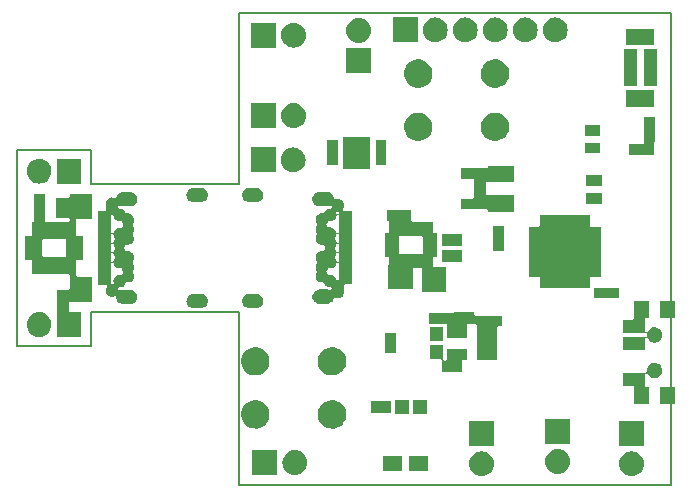
<source format=gbr>
%TF.GenerationSoftware,KiCad,Pcbnew,4.0.7*%
%TF.CreationDate,2019-04-11T13:09:23-05:00*%
%TF.ProjectId,GolfGloveMainBoardV1.0.0,476F6C66476C6F76654D61696E426F61,rev?*%
%TF.FileFunction,Soldermask,Top*%
%FSLAX46Y46*%
G04 Gerber Fmt 4.6, Leading zero omitted, Abs format (unit mm)*
G04 Created by KiCad (PCBNEW 4.0.7) date 04/11/19 13:09:23*
%MOMM*%
%LPD*%
G01*
G04 APERTURE LIST*
%ADD10C,0.100000*%
%ADD11C,0.150000*%
G04 APERTURE END LIST*
D10*
D11*
X148925000Y-151345000D02*
X148925000Y-151355000D01*
X112365000Y-151345000D02*
X148925000Y-151345000D01*
X112365000Y-136675000D02*
X112365000Y-151345000D01*
X99805000Y-136675000D02*
X112365000Y-136675000D01*
X99805000Y-139585000D02*
X99805000Y-136675000D01*
X93605000Y-139585000D02*
X99805000Y-139585000D01*
X93605000Y-122935000D02*
X93605000Y-139585000D01*
X99805000Y-122935000D02*
X93605000Y-122935000D01*
X99805000Y-125835000D02*
X99805000Y-122935000D01*
X112375000Y-125835000D02*
X99805000Y-125835000D01*
X112375000Y-111355000D02*
X112375000Y-125835000D01*
X148925000Y-111355000D02*
X112375000Y-111355000D01*
X148925000Y-151345000D02*
X148925000Y-111355000D01*
D10*
G36*
X145614666Y-148490066D02*
X145614673Y-148490067D01*
X145619741Y-148490102D01*
X145823388Y-148512945D01*
X146018720Y-148574908D01*
X146198296Y-148673631D01*
X146355277Y-148805353D01*
X146483684Y-148965059D01*
X146578624Y-149146663D01*
X146636483Y-149343250D01*
X146636491Y-149343334D01*
X146636498Y-149343359D01*
X146655060Y-149547330D01*
X146633652Y-149751009D01*
X146633646Y-149751029D01*
X146633635Y-149751132D01*
X146573037Y-149946891D01*
X146475570Y-150127153D01*
X146344947Y-150285049D01*
X146186142Y-150414567D01*
X146005205Y-150510773D01*
X145809027Y-150570003D01*
X145605081Y-150590000D01*
X145594763Y-150590000D01*
X145585334Y-150589934D01*
X145585327Y-150589933D01*
X145580259Y-150589898D01*
X145376612Y-150567055D01*
X145181280Y-150505092D01*
X145001704Y-150406369D01*
X144844723Y-150274647D01*
X144716316Y-150114941D01*
X144621376Y-149933337D01*
X144563517Y-149736750D01*
X144563509Y-149736666D01*
X144563502Y-149736641D01*
X144544940Y-149532670D01*
X144566348Y-149328991D01*
X144566354Y-149328971D01*
X144566365Y-149328868D01*
X144626963Y-149133109D01*
X144724430Y-148952847D01*
X144855053Y-148794951D01*
X145013858Y-148665433D01*
X145194795Y-148569227D01*
X145390973Y-148509997D01*
X145594919Y-148490000D01*
X145605237Y-148490000D01*
X145614666Y-148490066D01*
X145614666Y-148490066D01*
G37*
G36*
X132914666Y-148490066D02*
X132914673Y-148490067D01*
X132919741Y-148490102D01*
X133123388Y-148512945D01*
X133318720Y-148574908D01*
X133498296Y-148673631D01*
X133655277Y-148805353D01*
X133783684Y-148965059D01*
X133878624Y-149146663D01*
X133936483Y-149343250D01*
X133936491Y-149343334D01*
X133936498Y-149343359D01*
X133955060Y-149547330D01*
X133933652Y-149751009D01*
X133933646Y-149751029D01*
X133933635Y-149751132D01*
X133873037Y-149946891D01*
X133775570Y-150127153D01*
X133644947Y-150285049D01*
X133486142Y-150414567D01*
X133305205Y-150510773D01*
X133109027Y-150570003D01*
X132905081Y-150590000D01*
X132894763Y-150590000D01*
X132885334Y-150589934D01*
X132885327Y-150589933D01*
X132880259Y-150589898D01*
X132676612Y-150567055D01*
X132481280Y-150505092D01*
X132301704Y-150406369D01*
X132144723Y-150274647D01*
X132016316Y-150114941D01*
X131921376Y-149933337D01*
X131863517Y-149736750D01*
X131863509Y-149736666D01*
X131863502Y-149736641D01*
X131844940Y-149532670D01*
X131866348Y-149328991D01*
X131866354Y-149328971D01*
X131866365Y-149328868D01*
X131926963Y-149133109D01*
X132024430Y-148952847D01*
X132155053Y-148794951D01*
X132313858Y-148665433D01*
X132494795Y-148569227D01*
X132690973Y-148509997D01*
X132894919Y-148490000D01*
X132905237Y-148490000D01*
X132914666Y-148490066D01*
X132914666Y-148490066D01*
G37*
G36*
X117306009Y-148401348D02*
X117306029Y-148401354D01*
X117306132Y-148401365D01*
X117501891Y-148461963D01*
X117682153Y-148559430D01*
X117840049Y-148690053D01*
X117969567Y-148848858D01*
X118065773Y-149029795D01*
X118125003Y-149225973D01*
X118145000Y-149429919D01*
X118145000Y-149440237D01*
X118144934Y-149449666D01*
X118144933Y-149449673D01*
X118144898Y-149454741D01*
X118122055Y-149658388D01*
X118060092Y-149853720D01*
X117961369Y-150033296D01*
X117829647Y-150190277D01*
X117669941Y-150318684D01*
X117488337Y-150413624D01*
X117291750Y-150471483D01*
X117291666Y-150471491D01*
X117291641Y-150471498D01*
X117087670Y-150490060D01*
X116883991Y-150468652D01*
X116883971Y-150468646D01*
X116883868Y-150468635D01*
X116688109Y-150408037D01*
X116507847Y-150310570D01*
X116349951Y-150179947D01*
X116220433Y-150021142D01*
X116124227Y-149840205D01*
X116064997Y-149644027D01*
X116045000Y-149440081D01*
X116045000Y-149429763D01*
X116045066Y-149420334D01*
X116045067Y-149420327D01*
X116045102Y-149415259D01*
X116067945Y-149211612D01*
X116129908Y-149016280D01*
X116228631Y-148836704D01*
X116360353Y-148679723D01*
X116520059Y-148551316D01*
X116701663Y-148456376D01*
X116898250Y-148398517D01*
X116898334Y-148398509D01*
X116898359Y-148398502D01*
X117102330Y-148379940D01*
X117306009Y-148401348D01*
X117306009Y-148401348D01*
G37*
G36*
X115605000Y-150485000D02*
X113505000Y-150485000D01*
X113505000Y-148385000D01*
X115605000Y-148385000D01*
X115605000Y-150485000D01*
X115605000Y-150485000D01*
G37*
G36*
X139364666Y-148290066D02*
X139364673Y-148290067D01*
X139369741Y-148290102D01*
X139573388Y-148312945D01*
X139768720Y-148374908D01*
X139948296Y-148473631D01*
X140105277Y-148605353D01*
X140233684Y-148765059D01*
X140328624Y-148946663D01*
X140386483Y-149143250D01*
X140386491Y-149143334D01*
X140386498Y-149143359D01*
X140405060Y-149347330D01*
X140383652Y-149551009D01*
X140383646Y-149551029D01*
X140383635Y-149551132D01*
X140323037Y-149746891D01*
X140225570Y-149927153D01*
X140094947Y-150085049D01*
X139936142Y-150214567D01*
X139755205Y-150310773D01*
X139559027Y-150370003D01*
X139355081Y-150390000D01*
X139344763Y-150390000D01*
X139335334Y-150389934D01*
X139335327Y-150389933D01*
X139330259Y-150389898D01*
X139126612Y-150367055D01*
X138931280Y-150305092D01*
X138751704Y-150206369D01*
X138594723Y-150074647D01*
X138466316Y-149914941D01*
X138371376Y-149733337D01*
X138313517Y-149536750D01*
X138313509Y-149536666D01*
X138313502Y-149536641D01*
X138294940Y-149332670D01*
X138316348Y-149128991D01*
X138316354Y-149128971D01*
X138316365Y-149128868D01*
X138376963Y-148933109D01*
X138474430Y-148752847D01*
X138605053Y-148594951D01*
X138763858Y-148465433D01*
X138944795Y-148369227D01*
X139140973Y-148309997D01*
X139344919Y-148290000D01*
X139355237Y-148290000D01*
X139364666Y-148290066D01*
X139364666Y-148290066D01*
G37*
G36*
X128350000Y-150150000D02*
X126750000Y-150150000D01*
X126750000Y-148850000D01*
X128350000Y-148850000D01*
X128350000Y-150150000D01*
X128350000Y-150150000D01*
G37*
G36*
X126150000Y-150150000D02*
X124550000Y-150150000D01*
X124550000Y-148850000D01*
X126150000Y-148850000D01*
X126150000Y-150150000D01*
X126150000Y-150150000D01*
G37*
G36*
X133950000Y-148050000D02*
X131850000Y-148050000D01*
X131850000Y-145950000D01*
X133950000Y-145950000D01*
X133950000Y-148050000D01*
X133950000Y-148050000D01*
G37*
G36*
X146650000Y-148050000D02*
X144550000Y-148050000D01*
X144550000Y-145950000D01*
X146650000Y-145950000D01*
X146650000Y-148050000D01*
X146650000Y-148050000D01*
G37*
G36*
X140400000Y-147850000D02*
X138300000Y-147850000D01*
X138300000Y-145750000D01*
X140400000Y-145750000D01*
X140400000Y-147850000D01*
X140400000Y-147850000D01*
G37*
G36*
X120376041Y-144150794D02*
X120606569Y-144198115D01*
X120823512Y-144289309D01*
X121018616Y-144420908D01*
X121184437Y-144587890D01*
X121314669Y-144783906D01*
X121404348Y-145001484D01*
X121449886Y-145231465D01*
X121449886Y-145231498D01*
X121450051Y-145232334D01*
X121446298Y-145501128D01*
X121446107Y-145501967D01*
X121446107Y-145501988D01*
X121394165Y-145730616D01*
X121298447Y-145945601D01*
X121162795Y-146137901D01*
X120992372Y-146300191D01*
X120793673Y-146426290D01*
X120574265Y-146511393D01*
X120342511Y-146552257D01*
X120107225Y-146547329D01*
X119877383Y-146496795D01*
X119661735Y-146402580D01*
X119468487Y-146268269D01*
X119305016Y-146098991D01*
X119177530Y-145901171D01*
X119090899Y-145682366D01*
X119048417Y-145450903D01*
X119051703Y-145215586D01*
X119100630Y-144985402D01*
X119193340Y-144769095D01*
X119326294Y-144574920D01*
X119494433Y-144410266D01*
X119691353Y-144281406D01*
X119909549Y-144193248D01*
X120140714Y-144149152D01*
X120376041Y-144150794D01*
X120376041Y-144150794D01*
G37*
G36*
X113876041Y-144150794D02*
X114106569Y-144198115D01*
X114323512Y-144289309D01*
X114518616Y-144420908D01*
X114684437Y-144587890D01*
X114814669Y-144783906D01*
X114904348Y-145001484D01*
X114949886Y-145231465D01*
X114949886Y-145231498D01*
X114950051Y-145232334D01*
X114946298Y-145501128D01*
X114946107Y-145501967D01*
X114946107Y-145501988D01*
X114894165Y-145730616D01*
X114798447Y-145945601D01*
X114662795Y-146137901D01*
X114492372Y-146300191D01*
X114293673Y-146426290D01*
X114074265Y-146511393D01*
X113842511Y-146552257D01*
X113607225Y-146547329D01*
X113377383Y-146496795D01*
X113161735Y-146402580D01*
X112968487Y-146268269D01*
X112805016Y-146098991D01*
X112677530Y-145901171D01*
X112590899Y-145682366D01*
X112548417Y-145450903D01*
X112551703Y-145215586D01*
X112600630Y-144985402D01*
X112693340Y-144769095D01*
X112826294Y-144574920D01*
X112994433Y-144410266D01*
X113191353Y-144281406D01*
X113409549Y-144193248D01*
X113640714Y-144149152D01*
X113876041Y-144150794D01*
X113876041Y-144150794D01*
G37*
G36*
X128300000Y-145325000D02*
X127100000Y-145325000D01*
X127100000Y-144175000D01*
X128300000Y-144175000D01*
X128300000Y-145325000D01*
X128300000Y-145325000D01*
G37*
G36*
X126800000Y-145325000D02*
X125600000Y-145325000D01*
X125600000Y-144175000D01*
X126800000Y-144175000D01*
X126800000Y-145325000D01*
X126800000Y-145325000D01*
G37*
G36*
X125250000Y-145250000D02*
X123550000Y-145250000D01*
X123550000Y-144250000D01*
X125250000Y-144250000D01*
X125250000Y-145250000D01*
X125250000Y-145250000D01*
G37*
G36*
X147623273Y-140975427D02*
X147748141Y-141001059D01*
X147865654Y-141050458D01*
X147971337Y-141121741D01*
X148061154Y-141212188D01*
X148131697Y-141318363D01*
X148180273Y-141436217D01*
X148204862Y-141560400D01*
X148204862Y-141560424D01*
X148205028Y-141561264D01*
X148202995Y-141706861D01*
X148202804Y-141707700D01*
X148202804Y-141707721D01*
X148174758Y-141831169D01*
X148122911Y-141947618D01*
X148049433Y-142051781D01*
X147957120Y-142139688D01*
X147849487Y-142207995D01*
X147730647Y-142254090D01*
X147605111Y-142276225D01*
X147477662Y-142273556D01*
X147353163Y-142246182D01*
X147236357Y-142195151D01*
X147131678Y-142122397D01*
X147043133Y-142030707D01*
X146975071Y-141925095D01*
X146952046Y-141898504D01*
X146922525Y-141879380D01*
X146888845Y-141869238D01*
X146853673Y-141868880D01*
X146819794Y-141878335D01*
X146789890Y-141896854D01*
X146766329Y-141922971D01*
X146750977Y-141954618D01*
X146745000Y-141992809D01*
X146745000Y-142950000D01*
X146749949Y-142984824D01*
X146764404Y-143016891D01*
X146787220Y-143043661D01*
X146816590Y-143063015D01*
X146850190Y-143073420D01*
X146870000Y-143075000D01*
X147045000Y-143075000D01*
X147045000Y-144475000D01*
X145845000Y-144475000D01*
X145845000Y-143050000D01*
X145840051Y-143015176D01*
X145825596Y-142983109D01*
X145802780Y-142956339D01*
X145773410Y-142936985D01*
X145739810Y-142926580D01*
X145720000Y-142925000D01*
X144845000Y-142925000D01*
X144845000Y-141825000D01*
X146780786Y-141825000D01*
X146815610Y-141820051D01*
X146847677Y-141805596D01*
X146874447Y-141782780D01*
X146893801Y-141753410D01*
X146904206Y-141719810D01*
X146903895Y-141691908D01*
X146903969Y-141691909D01*
X146905920Y-141552191D01*
X146932423Y-141427507D01*
X146982639Y-141310343D01*
X147054657Y-141205163D01*
X147145734Y-141115975D01*
X147252397Y-141046176D01*
X147370589Y-140998424D01*
X147495804Y-140974538D01*
X147623273Y-140975427D01*
X147623273Y-140975427D01*
G37*
G36*
X149255000Y-144475000D02*
X148055000Y-144475000D01*
X148055000Y-143075000D01*
X149255000Y-143075000D01*
X149255000Y-144475000D01*
X149255000Y-144475000D01*
G37*
G36*
X113876041Y-139650794D02*
X114106569Y-139698115D01*
X114323512Y-139789309D01*
X114518616Y-139920908D01*
X114684437Y-140087890D01*
X114814669Y-140283906D01*
X114904348Y-140501484D01*
X114949886Y-140731465D01*
X114949886Y-140731498D01*
X114950051Y-140732334D01*
X114946298Y-141001128D01*
X114946107Y-141001967D01*
X114946107Y-141001988D01*
X114894165Y-141230616D01*
X114798447Y-141445601D01*
X114662795Y-141637901D01*
X114492372Y-141800191D01*
X114293673Y-141926290D01*
X114074265Y-142011393D01*
X113842511Y-142052257D01*
X113607225Y-142047329D01*
X113377383Y-141996795D01*
X113161735Y-141902580D01*
X112968487Y-141768269D01*
X112805016Y-141598991D01*
X112677530Y-141401171D01*
X112590899Y-141182366D01*
X112548417Y-140950903D01*
X112551703Y-140715586D01*
X112600630Y-140485402D01*
X112693340Y-140269095D01*
X112826294Y-140074920D01*
X112994433Y-139910266D01*
X113191353Y-139781406D01*
X113409549Y-139693248D01*
X113640714Y-139649152D01*
X113876041Y-139650794D01*
X113876041Y-139650794D01*
G37*
G36*
X120376041Y-139650794D02*
X120606569Y-139698115D01*
X120823512Y-139789309D01*
X121018616Y-139920908D01*
X121184437Y-140087890D01*
X121314669Y-140283906D01*
X121404348Y-140501484D01*
X121449886Y-140731465D01*
X121449886Y-140731498D01*
X121450051Y-140732334D01*
X121446298Y-141001128D01*
X121446107Y-141001967D01*
X121446107Y-141001988D01*
X121394165Y-141230616D01*
X121298447Y-141445601D01*
X121162795Y-141637901D01*
X120992372Y-141800191D01*
X120793673Y-141926290D01*
X120574265Y-142011393D01*
X120342511Y-142052257D01*
X120107225Y-142047329D01*
X119877383Y-141996795D01*
X119661735Y-141902580D01*
X119468487Y-141768269D01*
X119305016Y-141598991D01*
X119177530Y-141401171D01*
X119090899Y-141182366D01*
X119048417Y-140950903D01*
X119051703Y-140715586D01*
X119100630Y-140485402D01*
X119193340Y-140269095D01*
X119326294Y-140074920D01*
X119494433Y-139910266D01*
X119691353Y-139781406D01*
X119909549Y-139693248D01*
X120140714Y-139649152D01*
X120376041Y-139650794D01*
X120376041Y-139650794D01*
G37*
G36*
X129667500Y-140677500D02*
X129672449Y-140712324D01*
X129686904Y-140744391D01*
X129709720Y-140771161D01*
X129739090Y-140790515D01*
X129772690Y-140800920D01*
X129792500Y-140802500D01*
X129837100Y-140802500D01*
X129871924Y-140797551D01*
X129903991Y-140783096D01*
X129930761Y-140760280D01*
X129950115Y-140730910D01*
X129960520Y-140697310D01*
X129962100Y-140677500D01*
X129962100Y-139787900D01*
X131632100Y-139787900D01*
X131632100Y-140746700D01*
X131342500Y-140746700D01*
X131307676Y-140751649D01*
X131275609Y-140766104D01*
X131248839Y-140788920D01*
X131229485Y-140818290D01*
X131219080Y-140851890D01*
X131217500Y-140871700D01*
X131217500Y-141802500D01*
X129517500Y-141802500D01*
X129517500Y-140777500D01*
X129512551Y-140742676D01*
X129498096Y-140710609D01*
X129475280Y-140683839D01*
X129445910Y-140664485D01*
X129412310Y-140654080D01*
X129392500Y-140652500D01*
X128517500Y-140652500D01*
X128517500Y-139452500D01*
X129667500Y-139452500D01*
X129667500Y-140677500D01*
X129667500Y-140677500D01*
G37*
G36*
X132267500Y-136877500D02*
X132272449Y-136912324D01*
X132286904Y-136944391D01*
X132309720Y-136971161D01*
X132339090Y-136990515D01*
X132372690Y-137000920D01*
X132392500Y-137002500D01*
X134617500Y-137002500D01*
X134617500Y-137902500D01*
X134347900Y-137902500D01*
X134313076Y-137907449D01*
X134281009Y-137921904D01*
X134254239Y-137944720D01*
X134234885Y-137974090D01*
X134224480Y-138007690D01*
X134222900Y-138027500D01*
X134222900Y-140746700D01*
X132552900Y-140746700D01*
X132552900Y-138027500D01*
X132547951Y-137992676D01*
X132533496Y-137960609D01*
X132517500Y-137941841D01*
X132517500Y-137827500D01*
X132512551Y-137792676D01*
X132498096Y-137760609D01*
X132475280Y-137733839D01*
X132445910Y-137714485D01*
X132412310Y-137704080D01*
X132392500Y-137702500D01*
X131757100Y-137702500D01*
X131722276Y-137707449D01*
X131690209Y-137721904D01*
X131663439Y-137744720D01*
X131644085Y-137774090D01*
X131633680Y-137807690D01*
X131632100Y-137827500D01*
X131632100Y-138867100D01*
X129962100Y-138867100D01*
X129962100Y-137802500D01*
X129957151Y-137767676D01*
X129942696Y-137735609D01*
X129919880Y-137708839D01*
X129890510Y-137689485D01*
X129856910Y-137679080D01*
X129837100Y-137677500D01*
X128467500Y-137677500D01*
X128467500Y-136777500D01*
X130442500Y-136777500D01*
X130477324Y-136772551D01*
X130509391Y-136758096D01*
X130536161Y-136735280D01*
X130555515Y-136705910D01*
X130556571Y-136702500D01*
X132267500Y-136702500D01*
X132267500Y-136877500D01*
X132267500Y-136877500D01*
G37*
G36*
X125700000Y-140150000D02*
X124700000Y-140150000D01*
X124700000Y-138450000D01*
X125700000Y-138450000D01*
X125700000Y-140150000D01*
X125700000Y-140150000D01*
G37*
G36*
X147045000Y-137175000D02*
X146870000Y-137175000D01*
X146835176Y-137179949D01*
X146803109Y-137194404D01*
X146776339Y-137217220D01*
X146756985Y-137246590D01*
X146746580Y-137280190D01*
X146745000Y-137300000D01*
X146745000Y-138255844D01*
X146749949Y-138290668D01*
X146764404Y-138322735D01*
X146787220Y-138349505D01*
X146816590Y-138368859D01*
X146850190Y-138379264D01*
X146885358Y-138379897D01*
X146919311Y-138370707D01*
X146949358Y-138352422D01*
X146973122Y-138326489D01*
X146979401Y-138315072D01*
X147054657Y-138205163D01*
X147145734Y-138115975D01*
X147252397Y-138046176D01*
X147370589Y-137998424D01*
X147495804Y-137974538D01*
X147623273Y-137975427D01*
X147748141Y-138001059D01*
X147865654Y-138050458D01*
X147971337Y-138121741D01*
X148061154Y-138212188D01*
X148131697Y-138318363D01*
X148180273Y-138436217D01*
X148204862Y-138560400D01*
X148204862Y-138560424D01*
X148205028Y-138561264D01*
X148202995Y-138706861D01*
X148202804Y-138707700D01*
X148202804Y-138707721D01*
X148174758Y-138831169D01*
X148122911Y-138947618D01*
X148049433Y-139051781D01*
X147957120Y-139139688D01*
X147849487Y-139207995D01*
X147730647Y-139254090D01*
X147605111Y-139276225D01*
X147477662Y-139273556D01*
X147353163Y-139246182D01*
X147236357Y-139195151D01*
X147131678Y-139122397D01*
X147043133Y-139030707D01*
X146975071Y-138925095D01*
X146952046Y-138898504D01*
X146922525Y-138879380D01*
X146888845Y-138869238D01*
X146853673Y-138868880D01*
X146819794Y-138878335D01*
X146789890Y-138896854D01*
X146766329Y-138922971D01*
X146750977Y-138954618D01*
X146745000Y-138992809D01*
X146745000Y-139925000D01*
X144845000Y-139925000D01*
X144845000Y-138825000D01*
X146780786Y-138825000D01*
X146815610Y-138820051D01*
X146847677Y-138805596D01*
X146874447Y-138782780D01*
X146893801Y-138753410D01*
X146904206Y-138719810D01*
X146903895Y-138691908D01*
X146903969Y-138691909D01*
X146905926Y-138551745D01*
X146901464Y-138516855D01*
X146887458Y-138484590D01*
X146865018Y-138457504D01*
X146835920Y-138437742D01*
X146802469Y-138426868D01*
X146780938Y-138425000D01*
X144845000Y-138425000D01*
X144845000Y-137325000D01*
X145720000Y-137325000D01*
X145754824Y-137320051D01*
X145786891Y-137305596D01*
X145813661Y-137282780D01*
X145833015Y-137253410D01*
X145843420Y-137219810D01*
X145845000Y-137200000D01*
X145845000Y-135775000D01*
X147045000Y-135775000D01*
X147045000Y-137175000D01*
X147045000Y-137175000D01*
G37*
G36*
X129667500Y-139152500D02*
X128517500Y-139152500D01*
X128517500Y-137952500D01*
X129667500Y-137952500D01*
X129667500Y-139152500D01*
X129667500Y-139152500D01*
G37*
G36*
X95651009Y-136726348D02*
X95651029Y-136726354D01*
X95651132Y-136726365D01*
X95846891Y-136786963D01*
X96027153Y-136884430D01*
X96185049Y-137015053D01*
X96314567Y-137173858D01*
X96410773Y-137354795D01*
X96470003Y-137550973D01*
X96490000Y-137754919D01*
X96490000Y-137765237D01*
X96489934Y-137774666D01*
X96489933Y-137774673D01*
X96489898Y-137779741D01*
X96467055Y-137983388D01*
X96405092Y-138178720D01*
X96306369Y-138358296D01*
X96174647Y-138515277D01*
X96014941Y-138643684D01*
X95833337Y-138738624D01*
X95636750Y-138796483D01*
X95636666Y-138796491D01*
X95636641Y-138796498D01*
X95432670Y-138815060D01*
X95228991Y-138793652D01*
X95228971Y-138793646D01*
X95228868Y-138793635D01*
X95033109Y-138733037D01*
X94852847Y-138635570D01*
X94694951Y-138504947D01*
X94565433Y-138346142D01*
X94469227Y-138165205D01*
X94409997Y-137969027D01*
X94390000Y-137765081D01*
X94390000Y-137754763D01*
X94390066Y-137745334D01*
X94390067Y-137745327D01*
X94390102Y-137740259D01*
X94412945Y-137536612D01*
X94474908Y-137341280D01*
X94573631Y-137161704D01*
X94705353Y-137004723D01*
X94865059Y-136876316D01*
X95046663Y-136781376D01*
X95243250Y-136723517D01*
X95243334Y-136723509D01*
X95243359Y-136723502D01*
X95447330Y-136704940D01*
X95651009Y-136726348D01*
X95651009Y-136726348D01*
G37*
G36*
X95930000Y-128920000D02*
X95934949Y-128954824D01*
X95949404Y-128986891D01*
X95972220Y-129013661D01*
X96001590Y-129033015D01*
X96035190Y-129043420D01*
X96055000Y-129045000D01*
X97905000Y-129045000D01*
X97939824Y-129040051D01*
X97971891Y-129025596D01*
X97998661Y-129002780D01*
X98018015Y-128973410D01*
X98028420Y-128939810D01*
X98030000Y-128920000D01*
X98030000Y-128835000D01*
X98025051Y-128800176D01*
X98010596Y-128768109D01*
X97987780Y-128741339D01*
X97958410Y-128721985D01*
X97924810Y-128711580D01*
X97905000Y-128710000D01*
X96880000Y-128710000D01*
X96880000Y-127010000D01*
X97905000Y-127010000D01*
X97939824Y-127005051D01*
X97971891Y-126990596D01*
X97998661Y-126967780D01*
X98018015Y-126938410D01*
X98028420Y-126904810D01*
X98030000Y-126885000D01*
X98030000Y-126710000D01*
X99930000Y-126710000D01*
X99930000Y-128810000D01*
X98700000Y-128810000D01*
X98665176Y-128814949D01*
X98633109Y-128829404D01*
X98606339Y-128852220D01*
X98586985Y-128881590D01*
X98576580Y-128915190D01*
X98575000Y-128935000D01*
X98575000Y-130150000D01*
X98579949Y-130184824D01*
X98594404Y-130216891D01*
X98617220Y-130243661D01*
X98646590Y-130263015D01*
X98680190Y-130273420D01*
X98700000Y-130275000D01*
X99195000Y-130275000D01*
X99195000Y-132245000D01*
X98700000Y-132245000D01*
X98665176Y-132249949D01*
X98633109Y-132264404D01*
X98606339Y-132287220D01*
X98586985Y-132316590D01*
X98576580Y-132350190D01*
X98575000Y-132370000D01*
X98575000Y-133585000D01*
X98579949Y-133619824D01*
X98594404Y-133651891D01*
X98617220Y-133678661D01*
X98646590Y-133698015D01*
X98680190Y-133708420D01*
X98700000Y-133710000D01*
X99930000Y-133710000D01*
X99930000Y-135810000D01*
X98105000Y-135810000D01*
X98070176Y-135814949D01*
X98038109Y-135829404D01*
X98011339Y-135852220D01*
X97991985Y-135881590D01*
X97981580Y-135915190D01*
X97980000Y-135935000D01*
X97980000Y-136585000D01*
X97984949Y-136619824D01*
X97999404Y-136651891D01*
X98022220Y-136678661D01*
X98051590Y-136698015D01*
X98085190Y-136708420D01*
X98105000Y-136710000D01*
X99030000Y-136710000D01*
X99030000Y-138810000D01*
X96930000Y-138810000D01*
X96930000Y-136683685D01*
X96948661Y-136667780D01*
X96968015Y-136638410D01*
X96978420Y-136604810D01*
X96980000Y-136585000D01*
X96980000Y-134810000D01*
X97905000Y-134810000D01*
X97939824Y-134805051D01*
X97971891Y-134790596D01*
X97998661Y-134767780D01*
X98018015Y-134738410D01*
X98028420Y-134704810D01*
X98030000Y-134685000D01*
X98030000Y-133600000D01*
X98025051Y-133565176D01*
X98010596Y-133533109D01*
X97987780Y-133506339D01*
X97958410Y-133486985D01*
X97924810Y-133476580D01*
X97905000Y-133475000D01*
X94885000Y-133475000D01*
X94885000Y-132370000D01*
X94880051Y-132335176D01*
X94865596Y-132303109D01*
X94842780Y-132276339D01*
X94813410Y-132256985D01*
X94779810Y-132246580D01*
X94760000Y-132245000D01*
X94265000Y-132245000D01*
X94265000Y-130630000D01*
X95725000Y-130630000D01*
X95725000Y-131890000D01*
X95729949Y-131924824D01*
X95744404Y-131956891D01*
X95767220Y-131983661D01*
X95796590Y-132003015D01*
X95830190Y-132013420D01*
X95850000Y-132015000D01*
X97610000Y-132015000D01*
X97644824Y-132010051D01*
X97676891Y-131995596D01*
X97703661Y-131972780D01*
X97723015Y-131943410D01*
X97733420Y-131909810D01*
X97735000Y-131890000D01*
X97735000Y-130630000D01*
X97730051Y-130595176D01*
X97715596Y-130563109D01*
X97692780Y-130536339D01*
X97663410Y-130516985D01*
X97629810Y-130506580D01*
X97610000Y-130505000D01*
X95850000Y-130505000D01*
X95815176Y-130509949D01*
X95783109Y-130524404D01*
X95756339Y-130547220D01*
X95736985Y-130576590D01*
X95726580Y-130610190D01*
X95725000Y-130630000D01*
X94265000Y-130630000D01*
X94265000Y-130275000D01*
X94760000Y-130275000D01*
X94794824Y-130270051D01*
X94826891Y-130255596D01*
X94853661Y-130232780D01*
X94873015Y-130203410D01*
X94883420Y-130169810D01*
X94885000Y-130150000D01*
X94885000Y-129045000D01*
X94905000Y-129045000D01*
X94939824Y-129040051D01*
X94971891Y-129025596D01*
X94998661Y-129002780D01*
X95018015Y-128973410D01*
X95028420Y-128939810D01*
X95030000Y-128920000D01*
X95030000Y-126710000D01*
X95930000Y-126710000D01*
X95930000Y-128920000D01*
X95930000Y-128920000D01*
G37*
G36*
X149255000Y-137175000D02*
X148055000Y-137175000D01*
X148055000Y-135775000D01*
X149255000Y-135775000D01*
X149255000Y-137175000D01*
X149255000Y-137175000D01*
G37*
G36*
X109127659Y-135150022D02*
X109127667Y-135150023D01*
X109132732Y-135150058D01*
X109249102Y-135163111D01*
X109360720Y-135198519D01*
X109463335Y-135254932D01*
X109553039Y-135330202D01*
X109626414Y-135421462D01*
X109680665Y-135525236D01*
X109713727Y-135637571D01*
X109713734Y-135637652D01*
X109713743Y-135637681D01*
X109724346Y-135754188D01*
X109712118Y-135870525D01*
X109712110Y-135870550D01*
X109712100Y-135870647D01*
X109677473Y-135982509D01*
X109621778Y-136085516D01*
X109547136Y-136175742D01*
X109456390Y-136249753D01*
X109352997Y-136304728D01*
X109240896Y-136338573D01*
X109124355Y-136350000D01*
X108515489Y-136350000D01*
X108512341Y-136349978D01*
X108512333Y-136349977D01*
X108507268Y-136349942D01*
X108390898Y-136336889D01*
X108279280Y-136301481D01*
X108176665Y-136245068D01*
X108086961Y-136169798D01*
X108013586Y-136078538D01*
X107959335Y-135974764D01*
X107926273Y-135862429D01*
X107926266Y-135862348D01*
X107926257Y-135862319D01*
X107915654Y-135745812D01*
X107927882Y-135629475D01*
X107927890Y-135629450D01*
X107927900Y-135629353D01*
X107962527Y-135517491D01*
X108018222Y-135414484D01*
X108092864Y-135324258D01*
X108183610Y-135250247D01*
X108287003Y-135195272D01*
X108399104Y-135161427D01*
X108515645Y-135150000D01*
X109124511Y-135150000D01*
X109127659Y-135150022D01*
X109127659Y-135150022D01*
G37*
G36*
X113842659Y-135140022D02*
X113842667Y-135140023D01*
X113847732Y-135140058D01*
X113964102Y-135153111D01*
X114075720Y-135188519D01*
X114178335Y-135244932D01*
X114268039Y-135320202D01*
X114341414Y-135411462D01*
X114395665Y-135515236D01*
X114428727Y-135627571D01*
X114428734Y-135627652D01*
X114428743Y-135627681D01*
X114439346Y-135744188D01*
X114427118Y-135860525D01*
X114427110Y-135860550D01*
X114427100Y-135860647D01*
X114392473Y-135972509D01*
X114336778Y-136075516D01*
X114262136Y-136165742D01*
X114171390Y-136239753D01*
X114067997Y-136294728D01*
X113955896Y-136328573D01*
X113839355Y-136340000D01*
X113230489Y-136340000D01*
X113227341Y-136339978D01*
X113227333Y-136339977D01*
X113222268Y-136339942D01*
X113105898Y-136326889D01*
X112994280Y-136291481D01*
X112891665Y-136235068D01*
X112801961Y-136159798D01*
X112728586Y-136068538D01*
X112674335Y-135964764D01*
X112641273Y-135852429D01*
X112641266Y-135852348D01*
X112641257Y-135852319D01*
X112630654Y-135735812D01*
X112642882Y-135619475D01*
X112642890Y-135619450D01*
X112642900Y-135619353D01*
X112677527Y-135507491D01*
X112733222Y-135404484D01*
X112807864Y-135314258D01*
X112898610Y-135240247D01*
X113002003Y-135185272D01*
X113114104Y-135151427D01*
X113230645Y-135140000D01*
X113839511Y-135140000D01*
X113842659Y-135140022D01*
X113842659Y-135140022D01*
G37*
G36*
X103177659Y-126530022D02*
X103177667Y-126530023D01*
X103182732Y-126530058D01*
X103299102Y-126543111D01*
X103410720Y-126578519D01*
X103513335Y-126634932D01*
X103603039Y-126710202D01*
X103676414Y-126801462D01*
X103730665Y-126905236D01*
X103763727Y-127017571D01*
X103763734Y-127017652D01*
X103763743Y-127017681D01*
X103774346Y-127134188D01*
X103762118Y-127250525D01*
X103762110Y-127250550D01*
X103762100Y-127250647D01*
X103727473Y-127362509D01*
X103671778Y-127465516D01*
X103597136Y-127555742D01*
X103506390Y-127629753D01*
X103402997Y-127684728D01*
X103290896Y-127718573D01*
X103174355Y-127730000D01*
X102565489Y-127730000D01*
X102562341Y-127729978D01*
X102562333Y-127729977D01*
X102557268Y-127729942D01*
X102501119Y-127723644D01*
X102469721Y-127724569D01*
X102436243Y-127735360D01*
X102426659Y-127741834D01*
X102420557Y-127731647D01*
X102394792Y-127707702D01*
X102363704Y-127692401D01*
X102329280Y-127681481D01*
X102327415Y-127680456D01*
X102325231Y-127679763D01*
X102297316Y-127669209D01*
X102262252Y-127666428D01*
X102227801Y-127673526D01*
X102196692Y-127689941D01*
X102171388Y-127714373D01*
X102153892Y-127744886D01*
X102145000Y-127791188D01*
X102145000Y-127809956D01*
X102149949Y-127844780D01*
X102164404Y-127876847D01*
X102187220Y-127903617D01*
X102216590Y-127922971D01*
X102250190Y-127933376D01*
X102269127Y-127934953D01*
X102322555Y-127935326D01*
X102357413Y-127930620D01*
X102387426Y-127917343D01*
X102409248Y-127942360D01*
X102442508Y-127962987D01*
X102520913Y-127995945D01*
X102606272Y-128053521D01*
X102678818Y-128126574D01*
X102735795Y-128212331D01*
X102757263Y-128264419D01*
X102775109Y-128294730D01*
X102800692Y-128318870D01*
X102831988Y-128334926D01*
X102866518Y-128341627D01*
X102896256Y-128339573D01*
X102922190Y-128334626D01*
X103025143Y-128335344D01*
X103126000Y-128356048D01*
X103220913Y-128395945D01*
X103306272Y-128453521D01*
X103378818Y-128526574D01*
X103435797Y-128612334D01*
X103475029Y-128707521D01*
X103494857Y-128807654D01*
X103494857Y-128807685D01*
X103495022Y-128808521D01*
X103493380Y-128926118D01*
X103493190Y-128926953D01*
X103493190Y-128926979D01*
X103470576Y-129026519D01*
X103428697Y-129120578D01*
X103381866Y-129186966D01*
X103365836Y-129218275D01*
X103359163Y-129252810D01*
X103362376Y-129287837D01*
X103379894Y-129328194D01*
X103435796Y-129412334D01*
X103475029Y-129507521D01*
X103494857Y-129607654D01*
X103494857Y-129607685D01*
X103495022Y-129608521D01*
X103493380Y-129726118D01*
X103493190Y-129726953D01*
X103493190Y-129726979D01*
X103470576Y-129826519D01*
X103428697Y-129920578D01*
X103381866Y-129986966D01*
X103365836Y-130018275D01*
X103359163Y-130052810D01*
X103362376Y-130087837D01*
X103379894Y-130128194D01*
X103435796Y-130212334D01*
X103475029Y-130307521D01*
X103494857Y-130407654D01*
X103494857Y-130407685D01*
X103495022Y-130408521D01*
X103493380Y-130526118D01*
X103493190Y-130526953D01*
X103493190Y-130526979D01*
X103470576Y-130626519D01*
X103428697Y-130720578D01*
X103369351Y-130804708D01*
X103294788Y-130875712D01*
X103207857Y-130930881D01*
X103111870Y-130968112D01*
X103010475Y-130985990D01*
X102907533Y-130983834D01*
X102899666Y-130982104D01*
X102864592Y-130979459D01*
X102830169Y-130986691D01*
X102799124Y-131003227D01*
X102773915Y-131027756D01*
X102758632Y-131053345D01*
X102728697Y-131120578D01*
X102681866Y-131186966D01*
X102665836Y-131218275D01*
X102659163Y-131252810D01*
X102662376Y-131287837D01*
X102679894Y-131328194D01*
X102735795Y-131412331D01*
X102757263Y-131464419D01*
X102775109Y-131494730D01*
X102800692Y-131518870D01*
X102831988Y-131534926D01*
X102866518Y-131541627D01*
X102896256Y-131539573D01*
X102922190Y-131534626D01*
X103025143Y-131535344D01*
X103126000Y-131556048D01*
X103220913Y-131595945D01*
X103306272Y-131653521D01*
X103378818Y-131726574D01*
X103435797Y-131812334D01*
X103475029Y-131907521D01*
X103494857Y-132007654D01*
X103494857Y-132007685D01*
X103495022Y-132008521D01*
X103493380Y-132126118D01*
X103493190Y-132126953D01*
X103493190Y-132126979D01*
X103470576Y-132226519D01*
X103428697Y-132320578D01*
X103381866Y-132386966D01*
X103365836Y-132418275D01*
X103359163Y-132452810D01*
X103362376Y-132487837D01*
X103379894Y-132528194D01*
X103435796Y-132612334D01*
X103475029Y-132707521D01*
X103494857Y-132807654D01*
X103494857Y-132807685D01*
X103495022Y-132808521D01*
X103493380Y-132926118D01*
X103493190Y-132926953D01*
X103493190Y-132926979D01*
X103470576Y-133026519D01*
X103428697Y-133120578D01*
X103381866Y-133186966D01*
X103365836Y-133218275D01*
X103359163Y-133252810D01*
X103362376Y-133287837D01*
X103379894Y-133328194D01*
X103435796Y-133412334D01*
X103475029Y-133507521D01*
X103494857Y-133607654D01*
X103494857Y-133607685D01*
X103495022Y-133608521D01*
X103493380Y-133726118D01*
X103493190Y-133726953D01*
X103493190Y-133726979D01*
X103470576Y-133826519D01*
X103428697Y-133920578D01*
X103369351Y-134004708D01*
X103294788Y-134075712D01*
X103207857Y-134130881D01*
X103111870Y-134168112D01*
X103010475Y-134185990D01*
X102907533Y-134183834D01*
X102899666Y-134182104D01*
X102864592Y-134179459D01*
X102830169Y-134186691D01*
X102799124Y-134203227D01*
X102773915Y-134227756D01*
X102758632Y-134253345D01*
X102728697Y-134320578D01*
X102669351Y-134404708D01*
X102594788Y-134475712D01*
X102507858Y-134530880D01*
X102443148Y-134555980D01*
X102412470Y-134573187D01*
X102387801Y-134598260D01*
X102383691Y-134605874D01*
X102354898Y-134592016D01*
X102319693Y-134586183D01*
X102255528Y-134584839D01*
X102220608Y-134589058D01*
X102188245Y-134602838D01*
X102161003Y-134625088D01*
X102141038Y-134654047D01*
X102129932Y-134687422D01*
X102130290Y-134734090D01*
X102135477Y-134760288D01*
X102147096Y-134793488D01*
X102167503Y-134822136D01*
X102195084Y-134843965D01*
X102227654Y-134857246D01*
X102262635Y-134860928D01*
X102297257Y-134854718D01*
X102313397Y-134847824D01*
X102337003Y-134835272D01*
X102355921Y-134829560D01*
X102385113Y-134816017D01*
X102411633Y-134792911D01*
X102421658Y-134777330D01*
X102427009Y-134781433D01*
X102459780Y-134794211D01*
X102497267Y-134796705D01*
X102565645Y-134790000D01*
X103174511Y-134790000D01*
X103177659Y-134790022D01*
X103177667Y-134790023D01*
X103182732Y-134790058D01*
X103299102Y-134803111D01*
X103410720Y-134838519D01*
X103513335Y-134894932D01*
X103603039Y-134970202D01*
X103676414Y-135061462D01*
X103730665Y-135165236D01*
X103763727Y-135277571D01*
X103763734Y-135277652D01*
X103763743Y-135277681D01*
X103774346Y-135394188D01*
X103762118Y-135510525D01*
X103762110Y-135510550D01*
X103762100Y-135510647D01*
X103727473Y-135622509D01*
X103671778Y-135725516D01*
X103597136Y-135815742D01*
X103506390Y-135889753D01*
X103402997Y-135944728D01*
X103290896Y-135978573D01*
X103174355Y-135990000D01*
X102565489Y-135990000D01*
X102562341Y-135989978D01*
X102562333Y-135989977D01*
X102557268Y-135989942D01*
X102440898Y-135976889D01*
X102329280Y-135941481D01*
X102226665Y-135885068D01*
X102136961Y-135809798D01*
X102063586Y-135718538D01*
X102009335Y-135614764D01*
X101976273Y-135502429D01*
X101976266Y-135502348D01*
X101976257Y-135502319D01*
X101972185Y-135457566D01*
X101964100Y-135423334D01*
X101946799Y-135392709D01*
X101921651Y-135368116D01*
X101890647Y-135351504D01*
X101856243Y-135344186D01*
X101821162Y-135346743D01*
X101802496Y-135352354D01*
X101761870Y-135368112D01*
X101660475Y-135385990D01*
X101557533Y-135383834D01*
X101456979Y-135361726D01*
X101362630Y-135320506D01*
X101278088Y-135261747D01*
X101206569Y-135187688D01*
X101150791Y-135101137D01*
X101112890Y-135005411D01*
X101094305Y-134904147D01*
X101095742Y-134801192D01*
X101117147Y-134700490D01*
X101157709Y-134605852D01*
X101192103Y-134555621D01*
X101207694Y-134524091D01*
X101213884Y-134489466D01*
X101210183Y-134454487D01*
X101196883Y-134421924D01*
X101175038Y-134394356D01*
X101146377Y-134373965D01*
X101113171Y-134362366D01*
X101088964Y-134360000D01*
X100410000Y-134360000D01*
X100410000Y-134201036D01*
X101510000Y-134201036D01*
X101510000Y-134210061D01*
X101514949Y-134244885D01*
X101529404Y-134276952D01*
X101552220Y-134303722D01*
X101581590Y-134323076D01*
X101615190Y-134333481D01*
X101634096Y-134335058D01*
X101635755Y-134335070D01*
X101670614Y-134330373D01*
X101702784Y-134316151D01*
X101729719Y-134293529D01*
X101749285Y-134264299D01*
X101759933Y-134230775D01*
X101759604Y-134187503D01*
X101757945Y-134178466D01*
X101746790Y-134145108D01*
X101726783Y-134116178D01*
X101699508Y-134093967D01*
X101667126Y-134080235D01*
X101632199Y-134076067D01*
X101597495Y-134081795D01*
X101565760Y-134096965D01*
X101539508Y-134120375D01*
X101520817Y-134150172D01*
X101510000Y-134201036D01*
X100410000Y-134201036D01*
X100410000Y-132601036D01*
X101510000Y-132601036D01*
X101510000Y-133920978D01*
X101514949Y-133955802D01*
X101529404Y-133987869D01*
X101552220Y-134014639D01*
X101581590Y-134033993D01*
X101615190Y-134044398D01*
X101650358Y-134045031D01*
X101684311Y-134035841D01*
X101714358Y-134017556D01*
X101738122Y-133991623D01*
X101757268Y-133946967D01*
X101767147Y-133900490D01*
X101807710Y-133805849D01*
X101865874Y-133720902D01*
X101939437Y-133648864D01*
X102025591Y-133592488D01*
X102121052Y-133553918D01*
X102222188Y-133534626D01*
X102325141Y-133535344D01*
X102342067Y-133538819D01*
X102377175Y-133540974D01*
X102411493Y-133533262D01*
X102442305Y-133516296D01*
X102467169Y-133491417D01*
X102482095Y-133465614D01*
X102507708Y-133405853D01*
X102558386Y-133331840D01*
X102573977Y-133300310D01*
X102580167Y-133265685D01*
X102576466Y-133230706D01*
X102560318Y-133193505D01*
X102500791Y-133101138D01*
X102483286Y-133056925D01*
X102465865Y-133026368D01*
X102440620Y-133001874D01*
X102409552Y-132985383D01*
X102375119Y-132978201D01*
X102345359Y-132979840D01*
X102310477Y-132985990D01*
X102207533Y-132983834D01*
X102106979Y-132961726D01*
X102012630Y-132920506D01*
X101928088Y-132861747D01*
X101856569Y-132787688D01*
X101800791Y-132701137D01*
X101762890Y-132605411D01*
X101757946Y-132578471D01*
X101746792Y-132545112D01*
X101726786Y-132516182D01*
X101699513Y-132493970D01*
X101667131Y-132480236D01*
X101632205Y-132476067D01*
X101597500Y-132481794D01*
X101565764Y-132496962D01*
X101539511Y-132520371D01*
X101520819Y-132550167D01*
X101510000Y-132601036D01*
X100410000Y-132601036D01*
X100410000Y-131801036D01*
X101510000Y-131801036D01*
X101510000Y-132320978D01*
X101514949Y-132355802D01*
X101529404Y-132387869D01*
X101552220Y-132414639D01*
X101581590Y-132433993D01*
X101615190Y-132444398D01*
X101650358Y-132445031D01*
X101684311Y-132435841D01*
X101714358Y-132417556D01*
X101738122Y-132391623D01*
X101757268Y-132346967D01*
X101767147Y-132300490D01*
X101807709Y-132205852D01*
X101858386Y-132131840D01*
X101873977Y-132100310D01*
X101880167Y-132065685D01*
X101876466Y-132030706D01*
X101860318Y-131993505D01*
X101800791Y-131901137D01*
X101762890Y-131805411D01*
X101757946Y-131778471D01*
X101746792Y-131745112D01*
X101726786Y-131716182D01*
X101699513Y-131693970D01*
X101667131Y-131680236D01*
X101632205Y-131676067D01*
X101597500Y-131681794D01*
X101565764Y-131696962D01*
X101539511Y-131720371D01*
X101520819Y-131750167D01*
X101510000Y-131801036D01*
X100410000Y-131801036D01*
X100410000Y-131001036D01*
X101510000Y-131001036D01*
X101510000Y-131520978D01*
X101514949Y-131555802D01*
X101529404Y-131587869D01*
X101552220Y-131614639D01*
X101581590Y-131633993D01*
X101615190Y-131644398D01*
X101650358Y-131645031D01*
X101684311Y-131635841D01*
X101714358Y-131617556D01*
X101738122Y-131591623D01*
X101757268Y-131546967D01*
X101767147Y-131500490D01*
X101807709Y-131405852D01*
X101858386Y-131331840D01*
X101873977Y-131300310D01*
X101880167Y-131265685D01*
X101876466Y-131230706D01*
X101860318Y-131193505D01*
X101800791Y-131101137D01*
X101762890Y-131005411D01*
X101757946Y-130978471D01*
X101746792Y-130945112D01*
X101726786Y-130916182D01*
X101699513Y-130893970D01*
X101667131Y-130880236D01*
X101632205Y-130876067D01*
X101597500Y-130881794D01*
X101565764Y-130896962D01*
X101539511Y-130920371D01*
X101520819Y-130950167D01*
X101510000Y-131001036D01*
X100410000Y-131001036D01*
X100410000Y-130201036D01*
X101510000Y-130201036D01*
X101510000Y-130720978D01*
X101514949Y-130755802D01*
X101529404Y-130787869D01*
X101552220Y-130814639D01*
X101581590Y-130833993D01*
X101615190Y-130844398D01*
X101650358Y-130845031D01*
X101684311Y-130835841D01*
X101714358Y-130817556D01*
X101738122Y-130791623D01*
X101757268Y-130746967D01*
X101767147Y-130700490D01*
X101807709Y-130605852D01*
X101858386Y-130531840D01*
X101873977Y-130500310D01*
X101880167Y-130465685D01*
X101876466Y-130430706D01*
X101860318Y-130393505D01*
X101800791Y-130301137D01*
X101762890Y-130205411D01*
X101757946Y-130178471D01*
X101746792Y-130145112D01*
X101726786Y-130116182D01*
X101699513Y-130093970D01*
X101667131Y-130080236D01*
X101632205Y-130076067D01*
X101597500Y-130081794D01*
X101565764Y-130096962D01*
X101539511Y-130120371D01*
X101520819Y-130150167D01*
X101510000Y-130201036D01*
X100410000Y-130201036D01*
X100410000Y-128601036D01*
X101510000Y-128601036D01*
X101510000Y-129920978D01*
X101514949Y-129955802D01*
X101529404Y-129987869D01*
X101552220Y-130014639D01*
X101581590Y-130033993D01*
X101615190Y-130044398D01*
X101650358Y-130045031D01*
X101684311Y-130035841D01*
X101714358Y-130017556D01*
X101738122Y-129991623D01*
X101757268Y-129946967D01*
X101767147Y-129900490D01*
X101807710Y-129805849D01*
X101865874Y-129720902D01*
X101939437Y-129648864D01*
X102025591Y-129592488D01*
X102121052Y-129553918D01*
X102222188Y-129534626D01*
X102325141Y-129535344D01*
X102342067Y-129538819D01*
X102377175Y-129540974D01*
X102411493Y-129533262D01*
X102442305Y-129516296D01*
X102467169Y-129491417D01*
X102482095Y-129465614D01*
X102507708Y-129405853D01*
X102558386Y-129331840D01*
X102573977Y-129300310D01*
X102580167Y-129265685D01*
X102576466Y-129230706D01*
X102560318Y-129193505D01*
X102500791Y-129101138D01*
X102483286Y-129056925D01*
X102465865Y-129026368D01*
X102440620Y-129001874D01*
X102409552Y-128985383D01*
X102375119Y-128978201D01*
X102345359Y-128979840D01*
X102310477Y-128985990D01*
X102207533Y-128983834D01*
X102106979Y-128961726D01*
X102012630Y-128920506D01*
X101928088Y-128861747D01*
X101856569Y-128787688D01*
X101800791Y-128701137D01*
X101762890Y-128605411D01*
X101757946Y-128578471D01*
X101746792Y-128545112D01*
X101726786Y-128516182D01*
X101699513Y-128493970D01*
X101667131Y-128480236D01*
X101632205Y-128476067D01*
X101597500Y-128481794D01*
X101565764Y-128496962D01*
X101539511Y-128520371D01*
X101520819Y-128550167D01*
X101510000Y-128601036D01*
X100410000Y-128601036D01*
X100410000Y-128160000D01*
X101011024Y-128160000D01*
X101045848Y-128155051D01*
X101077915Y-128140596D01*
X101104685Y-128117780D01*
X101124039Y-128088410D01*
X101134444Y-128054810D01*
X101135077Y-128019642D01*
X101131716Y-128003732D01*
X101104999Y-127915239D01*
X101095000Y-127813266D01*
X101095000Y-127506565D01*
X101095015Y-127504476D01*
X101095016Y-127504469D01*
X101095051Y-127499404D01*
X101106473Y-127397580D01*
X101137454Y-127299914D01*
X101186815Y-127210126D01*
X101252677Y-127131636D01*
X101332529Y-127067433D01*
X101423332Y-127019962D01*
X101521625Y-126991033D01*
X101521709Y-126991025D01*
X101521734Y-126991018D01*
X101623665Y-126981741D01*
X101725443Y-126992439D01*
X101725468Y-126992447D01*
X101725566Y-126992457D01*
X101823446Y-127022756D01*
X101823532Y-127022803D01*
X101834921Y-127026328D01*
X101834955Y-127026218D01*
X101851318Y-127032275D01*
X101886400Y-127034813D01*
X101920800Y-127027477D01*
X101951795Y-127010847D01*
X101976930Y-126986241D01*
X101997150Y-126947168D01*
X102012527Y-126897491D01*
X102068222Y-126794484D01*
X102142864Y-126704258D01*
X102233610Y-126630247D01*
X102337003Y-126575272D01*
X102449104Y-126541427D01*
X102565645Y-126530000D01*
X103174511Y-126530000D01*
X103177659Y-126530022D01*
X103177659Y-126530022D01*
G37*
G36*
X119792659Y-126520022D02*
X119792667Y-126520023D01*
X119797732Y-126520058D01*
X119914102Y-126533111D01*
X120025720Y-126568519D01*
X120128335Y-126624932D01*
X120218039Y-126700202D01*
X120291414Y-126791462D01*
X120345665Y-126895236D01*
X120378727Y-127007571D01*
X120378734Y-127007652D01*
X120378743Y-127007681D01*
X120382799Y-127052255D01*
X120390884Y-127086487D01*
X120408186Y-127117112D01*
X120433334Y-127141704D01*
X120464338Y-127158317D01*
X120498742Y-127165634D01*
X120533823Y-127163076D01*
X120554112Y-127156823D01*
X120586050Y-127143919D01*
X120687188Y-127124626D01*
X120790143Y-127125344D01*
X120891000Y-127146048D01*
X120985913Y-127185945D01*
X121071272Y-127243521D01*
X121143818Y-127316574D01*
X121200797Y-127402334D01*
X121240029Y-127497521D01*
X121259857Y-127597654D01*
X121259857Y-127597685D01*
X121260022Y-127598521D01*
X121258380Y-127716118D01*
X121258190Y-127716953D01*
X121258190Y-127716979D01*
X121235576Y-127816519D01*
X121193697Y-127910578D01*
X121163810Y-127952946D01*
X121147780Y-127984255D01*
X121141107Y-128018790D01*
X121144320Y-128053817D01*
X121157164Y-128086562D01*
X121178622Y-128114433D01*
X121206995Y-128135222D01*
X121240036Y-128147284D01*
X121265953Y-128150000D01*
X121945000Y-128150000D01*
X121945000Y-134350000D01*
X121343976Y-134350000D01*
X121309152Y-134354949D01*
X121277085Y-134369404D01*
X121250315Y-134392220D01*
X121230961Y-134421590D01*
X121220556Y-134455190D01*
X121219923Y-134490358D01*
X121223284Y-134506268D01*
X121250001Y-134594761D01*
X121260000Y-134696734D01*
X121260000Y-135003435D01*
X121259985Y-135005524D01*
X121259984Y-135005531D01*
X121259949Y-135010596D01*
X121248527Y-135112420D01*
X121217546Y-135210086D01*
X121168185Y-135299874D01*
X121102323Y-135378364D01*
X121022471Y-135442567D01*
X120931668Y-135490038D01*
X120833375Y-135518967D01*
X120833291Y-135518975D01*
X120833266Y-135518982D01*
X120731335Y-135528259D01*
X120629557Y-135517561D01*
X120629532Y-135517553D01*
X120629434Y-135517543D01*
X120531554Y-135487244D01*
X120531468Y-135487197D01*
X120520079Y-135483672D01*
X120520045Y-135483782D01*
X120503682Y-135477725D01*
X120468600Y-135475187D01*
X120434200Y-135482523D01*
X120403205Y-135499153D01*
X120378070Y-135523759D01*
X120357850Y-135562832D01*
X120342473Y-135612509D01*
X120286778Y-135715516D01*
X120212136Y-135805742D01*
X120121390Y-135879753D01*
X120017997Y-135934728D01*
X119905896Y-135968573D01*
X119789355Y-135980000D01*
X119180489Y-135980000D01*
X119177341Y-135979978D01*
X119177333Y-135979977D01*
X119172268Y-135979942D01*
X119055898Y-135966889D01*
X118944280Y-135931481D01*
X118841665Y-135875068D01*
X118751961Y-135799798D01*
X118678586Y-135708538D01*
X118624335Y-135604764D01*
X118591273Y-135492429D01*
X118591266Y-135492348D01*
X118591257Y-135492319D01*
X118580654Y-135375812D01*
X118592882Y-135259475D01*
X118592890Y-135259450D01*
X118592900Y-135259353D01*
X118627527Y-135147491D01*
X118683222Y-135044484D01*
X118757864Y-134954258D01*
X118848610Y-134880247D01*
X118952003Y-134825272D01*
X119064104Y-134791427D01*
X119180645Y-134780000D01*
X119789511Y-134780000D01*
X119792657Y-134780022D01*
X119792665Y-134780023D01*
X119797732Y-134780058D01*
X119852097Y-134786156D01*
X119883489Y-134785231D01*
X119916967Y-134774441D01*
X119926451Y-134768034D01*
X119931262Y-134776325D01*
X119956691Y-134800627D01*
X119989321Y-134816972D01*
X120025720Y-134828519D01*
X120027584Y-134829544D01*
X120029773Y-134830238D01*
X120057684Y-134840791D01*
X120092748Y-134843572D01*
X120127199Y-134836474D01*
X120158308Y-134820059D01*
X120183612Y-134795627D01*
X120201108Y-134765114D01*
X120210000Y-134718812D01*
X120210000Y-134700170D01*
X120205051Y-134665346D01*
X120190596Y-134633279D01*
X120167780Y-134606509D01*
X120138410Y-134587155D01*
X120087618Y-134575197D01*
X120032098Y-134574034D01*
X119997178Y-134578253D01*
X119965253Y-134591847D01*
X119943964Y-134567441D01*
X119912308Y-134547501D01*
X119827630Y-134510506D01*
X119743088Y-134451747D01*
X119671569Y-134377688D01*
X119615791Y-134291138D01*
X119598286Y-134246925D01*
X119580865Y-134216368D01*
X119555620Y-134191874D01*
X119524552Y-134175383D01*
X119490119Y-134168201D01*
X119460359Y-134169840D01*
X119425477Y-134175990D01*
X119322533Y-134173834D01*
X119221979Y-134151726D01*
X119127630Y-134110506D01*
X119043088Y-134051747D01*
X118971569Y-133977688D01*
X118915791Y-133891137D01*
X118877890Y-133795411D01*
X118859305Y-133694147D01*
X118860742Y-133591192D01*
X118882147Y-133490490D01*
X118922709Y-133395852D01*
X118973386Y-133321840D01*
X118988977Y-133290310D01*
X118995167Y-133255685D01*
X118993805Y-133242810D01*
X119774163Y-133242810D01*
X119777376Y-133277837D01*
X119794894Y-133318194D01*
X119850795Y-133402331D01*
X119872263Y-133454419D01*
X119890109Y-133484730D01*
X119915692Y-133508870D01*
X119946988Y-133524926D01*
X119981518Y-133531627D01*
X120011256Y-133529573D01*
X120037190Y-133524626D01*
X120140143Y-133525344D01*
X120241000Y-133546048D01*
X120335913Y-133585945D01*
X120421272Y-133643521D01*
X120493818Y-133716574D01*
X120550797Y-133802334D01*
X120590029Y-133897521D01*
X120597381Y-133934649D01*
X120609000Y-133967849D01*
X120629408Y-133996497D01*
X120656989Y-134018325D01*
X120689559Y-134031606D01*
X120724540Y-134035287D01*
X120759162Y-134029076D01*
X120790682Y-134013466D01*
X120816606Y-133989693D01*
X120834880Y-133959638D01*
X120845000Y-133910369D01*
X120845000Y-132589059D01*
X120840051Y-132554235D01*
X120825596Y-132522168D01*
X120802780Y-132495398D01*
X120773410Y-132476044D01*
X120739810Y-132465639D01*
X120704642Y-132465006D01*
X120670689Y-132474196D01*
X120640642Y-132492481D01*
X120616878Y-132518414D01*
X120598106Y-132561366D01*
X120585576Y-132616519D01*
X120543697Y-132710578D01*
X120484351Y-132794708D01*
X120409788Y-132865712D01*
X120322857Y-132920881D01*
X120226870Y-132958112D01*
X120125475Y-132975990D01*
X120022533Y-132973834D01*
X120014666Y-132972104D01*
X119979592Y-132969459D01*
X119945169Y-132976691D01*
X119914124Y-132993227D01*
X119888915Y-133017756D01*
X119873632Y-133043345D01*
X119843697Y-133110578D01*
X119796866Y-133176966D01*
X119780836Y-133208275D01*
X119774163Y-133242810D01*
X118993805Y-133242810D01*
X118991466Y-133220706D01*
X118975318Y-133183505D01*
X118915791Y-133091137D01*
X118877890Y-132995411D01*
X118859305Y-132894147D01*
X118860742Y-132791192D01*
X118882147Y-132690490D01*
X118922709Y-132595852D01*
X118973386Y-132521840D01*
X118988977Y-132490310D01*
X118995167Y-132455685D01*
X118991466Y-132420706D01*
X118975318Y-132383505D01*
X118915791Y-132291137D01*
X118877890Y-132195411D01*
X118859305Y-132094147D01*
X118860021Y-132042810D01*
X120474163Y-132042810D01*
X120477376Y-132077837D01*
X120494894Y-132118194D01*
X120550796Y-132202334D01*
X120590029Y-132297521D01*
X120597381Y-132334649D01*
X120609000Y-132367849D01*
X120629408Y-132396497D01*
X120656989Y-132418325D01*
X120689559Y-132431606D01*
X120724540Y-132435287D01*
X120759162Y-132429076D01*
X120790682Y-132413466D01*
X120816606Y-132389693D01*
X120834880Y-132359638D01*
X120845000Y-132310369D01*
X120845000Y-131789059D01*
X120840051Y-131754235D01*
X120825596Y-131722168D01*
X120802780Y-131695398D01*
X120773410Y-131676044D01*
X120739810Y-131665639D01*
X120704642Y-131665006D01*
X120670689Y-131674196D01*
X120640642Y-131692481D01*
X120616878Y-131718414D01*
X120598106Y-131761366D01*
X120585576Y-131816519D01*
X120543697Y-131910578D01*
X120496866Y-131976966D01*
X120480836Y-132008275D01*
X120474163Y-132042810D01*
X118860021Y-132042810D01*
X118860742Y-131991192D01*
X118882147Y-131890490D01*
X118922710Y-131795849D01*
X118980874Y-131710902D01*
X119054437Y-131638864D01*
X119140591Y-131582488D01*
X119236052Y-131543918D01*
X119337188Y-131524626D01*
X119440141Y-131525344D01*
X119457067Y-131528819D01*
X119492175Y-131530974D01*
X119526493Y-131523262D01*
X119557305Y-131506296D01*
X119582169Y-131481417D01*
X119597095Y-131455614D01*
X119622708Y-131395853D01*
X119673386Y-131321840D01*
X119688977Y-131290310D01*
X119695167Y-131255685D01*
X119693805Y-131242810D01*
X120474163Y-131242810D01*
X120477376Y-131277837D01*
X120494894Y-131318194D01*
X120550796Y-131402334D01*
X120590029Y-131497521D01*
X120597381Y-131534649D01*
X120609000Y-131567849D01*
X120629408Y-131596497D01*
X120656989Y-131618325D01*
X120689559Y-131631606D01*
X120724540Y-131635287D01*
X120759162Y-131629076D01*
X120790682Y-131613466D01*
X120816606Y-131589693D01*
X120834880Y-131559638D01*
X120845000Y-131510369D01*
X120845000Y-130989059D01*
X120840051Y-130954235D01*
X120825596Y-130922168D01*
X120802780Y-130895398D01*
X120773410Y-130876044D01*
X120739810Y-130865639D01*
X120704642Y-130865006D01*
X120670689Y-130874196D01*
X120640642Y-130892481D01*
X120616878Y-130918414D01*
X120598106Y-130961366D01*
X120585576Y-131016519D01*
X120543697Y-131110578D01*
X120496866Y-131176966D01*
X120480836Y-131208275D01*
X120474163Y-131242810D01*
X119693805Y-131242810D01*
X119691466Y-131220706D01*
X119675318Y-131183505D01*
X119615791Y-131091138D01*
X119598286Y-131046925D01*
X119580865Y-131016368D01*
X119555620Y-130991874D01*
X119524552Y-130975383D01*
X119490119Y-130968201D01*
X119460359Y-130969840D01*
X119425477Y-130975990D01*
X119322533Y-130973834D01*
X119221979Y-130951726D01*
X119127630Y-130910506D01*
X119043088Y-130851747D01*
X118971569Y-130777688D01*
X118915791Y-130691137D01*
X118877890Y-130595411D01*
X118859305Y-130494147D01*
X118860021Y-130442810D01*
X120474163Y-130442810D01*
X120477376Y-130477837D01*
X120494894Y-130518194D01*
X120550796Y-130602334D01*
X120590029Y-130697521D01*
X120597381Y-130734649D01*
X120609000Y-130767849D01*
X120629408Y-130796497D01*
X120656989Y-130818325D01*
X120689559Y-130831606D01*
X120724540Y-130835287D01*
X120759162Y-130829076D01*
X120790682Y-130813466D01*
X120816606Y-130789693D01*
X120834880Y-130759638D01*
X120845000Y-130710369D01*
X120845000Y-130189059D01*
X120840051Y-130154235D01*
X120825596Y-130122168D01*
X120802780Y-130095398D01*
X120773410Y-130076044D01*
X120739810Y-130065639D01*
X120704642Y-130065006D01*
X120670689Y-130074196D01*
X120640642Y-130092481D01*
X120616878Y-130118414D01*
X120598106Y-130161366D01*
X120585576Y-130216519D01*
X120543697Y-130310578D01*
X120496866Y-130376966D01*
X120480836Y-130408275D01*
X120474163Y-130442810D01*
X118860021Y-130442810D01*
X118860742Y-130391192D01*
X118882147Y-130290490D01*
X118922709Y-130195852D01*
X118973386Y-130121840D01*
X118988977Y-130090310D01*
X118995167Y-130055685D01*
X118991466Y-130020706D01*
X118975318Y-129983505D01*
X118915791Y-129891137D01*
X118877890Y-129795411D01*
X118859305Y-129694147D01*
X118860742Y-129591192D01*
X118882147Y-129490490D01*
X118922709Y-129395852D01*
X118973386Y-129321840D01*
X118988977Y-129290310D01*
X118995167Y-129255685D01*
X118993805Y-129242810D01*
X119774163Y-129242810D01*
X119777376Y-129277837D01*
X119794894Y-129318194D01*
X119850795Y-129402331D01*
X119872263Y-129454419D01*
X119890109Y-129484730D01*
X119915692Y-129508870D01*
X119946988Y-129524926D01*
X119981518Y-129531627D01*
X120011256Y-129529573D01*
X120037190Y-129524626D01*
X120140143Y-129525344D01*
X120241000Y-129546048D01*
X120335913Y-129585945D01*
X120421272Y-129643521D01*
X120493818Y-129716574D01*
X120550797Y-129802334D01*
X120590029Y-129897521D01*
X120597381Y-129934649D01*
X120609000Y-129967849D01*
X120629408Y-129996497D01*
X120656989Y-130018325D01*
X120689559Y-130031606D01*
X120724540Y-130035287D01*
X120759162Y-130029076D01*
X120790682Y-130013466D01*
X120816606Y-129989693D01*
X120834880Y-129959638D01*
X120845000Y-129910369D01*
X120845000Y-128589059D01*
X120840051Y-128554235D01*
X120825596Y-128522168D01*
X120802780Y-128495398D01*
X120773410Y-128476044D01*
X120739810Y-128465639D01*
X120704642Y-128465006D01*
X120670689Y-128474196D01*
X120640642Y-128492481D01*
X120616878Y-128518414D01*
X120598106Y-128561366D01*
X120585576Y-128616519D01*
X120543697Y-128710578D01*
X120484351Y-128794708D01*
X120409788Y-128865712D01*
X120322857Y-128920881D01*
X120226870Y-128958112D01*
X120125475Y-128975990D01*
X120022533Y-128973834D01*
X120014666Y-128972104D01*
X119979592Y-128969459D01*
X119945169Y-128976691D01*
X119914124Y-128993227D01*
X119888915Y-129017756D01*
X119873632Y-129043345D01*
X119843697Y-129110578D01*
X119796866Y-129176966D01*
X119780836Y-129208275D01*
X119774163Y-129242810D01*
X118993805Y-129242810D01*
X118991466Y-129220706D01*
X118975318Y-129183505D01*
X118915791Y-129091137D01*
X118877890Y-128995411D01*
X118859305Y-128894147D01*
X118860742Y-128791192D01*
X118882147Y-128690490D01*
X118922710Y-128595849D01*
X118980874Y-128510902D01*
X119054437Y-128438864D01*
X119140591Y-128382488D01*
X119236052Y-128343918D01*
X119337188Y-128324626D01*
X119440141Y-128325344D01*
X119457067Y-128328819D01*
X119492175Y-128330974D01*
X119526493Y-128323262D01*
X119557305Y-128306296D01*
X119582169Y-128281417D01*
X119584487Y-128277409D01*
X120594934Y-128277409D01*
X120595290Y-128324087D01*
X120597380Y-128334644D01*
X120608997Y-128367845D01*
X120629404Y-128396494D01*
X120656985Y-128418323D01*
X120689555Y-128431605D01*
X120724536Y-128435287D01*
X120759158Y-128429077D01*
X120790679Y-128413469D01*
X120816603Y-128389696D01*
X120834879Y-128359643D01*
X120845000Y-128310369D01*
X120845000Y-128299856D01*
X120840051Y-128265032D01*
X120825596Y-128232965D01*
X120802780Y-128206195D01*
X120773410Y-128186841D01*
X120722631Y-128174884D01*
X120720541Y-128174840D01*
X120685620Y-128179054D01*
X120653257Y-128192831D01*
X120626012Y-128215079D01*
X120606044Y-128244035D01*
X120594934Y-128277409D01*
X119584487Y-128277409D01*
X119597095Y-128255614D01*
X119622709Y-128195850D01*
X119680874Y-128110902D01*
X119754437Y-128038864D01*
X119840591Y-127982488D01*
X119912370Y-127953487D01*
X119942804Y-127935853D01*
X119967121Y-127910438D01*
X119969765Y-127905371D01*
X119997561Y-127918750D01*
X120034513Y-127924607D01*
X120100786Y-127925070D01*
X120135644Y-127920364D01*
X120167811Y-127906134D01*
X120194740Y-127883506D01*
X120214298Y-127854271D01*
X120224938Y-127820745D01*
X120224605Y-127777505D01*
X120219820Y-127751437D01*
X120208665Y-127718079D01*
X120188659Y-127689149D01*
X120161384Y-127666938D01*
X120129002Y-127653204D01*
X120094076Y-127649036D01*
X120059371Y-127654763D01*
X120041335Y-127662319D01*
X120017997Y-127674728D01*
X119996539Y-127681207D01*
X119967350Y-127694748D01*
X119940830Y-127717854D01*
X119931478Y-127732386D01*
X119925361Y-127727830D01*
X119892415Y-127715511D01*
X119856771Y-127713390D01*
X119789355Y-127720000D01*
X119180489Y-127720000D01*
X119177341Y-127719978D01*
X119177333Y-127719977D01*
X119172268Y-127719942D01*
X119055898Y-127706889D01*
X118944280Y-127671481D01*
X118841665Y-127615068D01*
X118751961Y-127539798D01*
X118678586Y-127448538D01*
X118624335Y-127344764D01*
X118591273Y-127232429D01*
X118591266Y-127232348D01*
X118591257Y-127232319D01*
X118580654Y-127115812D01*
X118592882Y-126999475D01*
X118592890Y-126999450D01*
X118592900Y-126999353D01*
X118627527Y-126887491D01*
X118683222Y-126784484D01*
X118757864Y-126694258D01*
X118848610Y-126620247D01*
X118952003Y-126565272D01*
X119064104Y-126531427D01*
X119180645Y-126520000D01*
X119789511Y-126520000D01*
X119792659Y-126520022D01*
X119792659Y-126520022D01*
G37*
G36*
X144540000Y-135540000D02*
X142440000Y-135540000D01*
X142440000Y-134640000D01*
X144540000Y-134640000D01*
X144540000Y-135540000D01*
X144540000Y-135540000D01*
G37*
G36*
X126975000Y-128970000D02*
X126979949Y-129004824D01*
X126994404Y-129036891D01*
X127017220Y-129063661D01*
X127046590Y-129083015D01*
X127080190Y-129093420D01*
X127100000Y-129095000D01*
X128770000Y-129095000D01*
X128770000Y-129905000D01*
X128774949Y-129939824D01*
X128789404Y-129971891D01*
X128812220Y-129998661D01*
X128841590Y-130018015D01*
X128875190Y-130028420D01*
X128895000Y-130030000D01*
X129095000Y-130030000D01*
X129095000Y-132000000D01*
X128895000Y-132000000D01*
X128860176Y-132004949D01*
X128828109Y-132019404D01*
X128801339Y-132042220D01*
X128781985Y-132071590D01*
X128771580Y-132105190D01*
X128770000Y-132125000D01*
X128770000Y-132740000D01*
X128774949Y-132774824D01*
X128789404Y-132806891D01*
X128812220Y-132833661D01*
X128841590Y-132853015D01*
X128875190Y-132863420D01*
X128895000Y-132865000D01*
X129875000Y-132865000D01*
X129875000Y-134965000D01*
X127875000Y-134965000D01*
X127875000Y-133060000D01*
X127870051Y-133025176D01*
X127855596Y-132993109D01*
X127832780Y-132966339D01*
X127803410Y-132946985D01*
X127769810Y-132936580D01*
X127750000Y-132935000D01*
X127200000Y-132935000D01*
X127165176Y-132939949D01*
X127133109Y-132954404D01*
X127106339Y-132977220D01*
X127086985Y-133006590D01*
X127076580Y-133040190D01*
X127075000Y-133060000D01*
X127075000Y-134765000D01*
X124975000Y-134765000D01*
X124975000Y-132762158D01*
X124989824Y-132760051D01*
X125021891Y-132745596D01*
X125048661Y-132722780D01*
X125068015Y-132693410D01*
X125078420Y-132659810D01*
X125080000Y-132640000D01*
X125080000Y-132125000D01*
X125075051Y-132090176D01*
X125060596Y-132058109D01*
X125037780Y-132031339D01*
X125008410Y-132011985D01*
X124974810Y-132001580D01*
X124955000Y-132000000D01*
X124755000Y-132000000D01*
X124755000Y-130370000D01*
X125905000Y-130370000D01*
X125905000Y-131660000D01*
X125909949Y-131694824D01*
X125924404Y-131726891D01*
X125947220Y-131753661D01*
X125976590Y-131773015D01*
X126010190Y-131783420D01*
X126030000Y-131785000D01*
X127820000Y-131785000D01*
X127854824Y-131780051D01*
X127886891Y-131765596D01*
X127913661Y-131742780D01*
X127933015Y-131713410D01*
X127943420Y-131679810D01*
X127945000Y-131660000D01*
X127945000Y-130370000D01*
X127940051Y-130335176D01*
X127925596Y-130303109D01*
X127902780Y-130276339D01*
X127873410Y-130256985D01*
X127839810Y-130246580D01*
X127820000Y-130245000D01*
X126030000Y-130245000D01*
X125995176Y-130249949D01*
X125963109Y-130264404D01*
X125936339Y-130287220D01*
X125916985Y-130316590D01*
X125906580Y-130350190D01*
X125905000Y-130370000D01*
X124755000Y-130370000D01*
X124755000Y-130030000D01*
X124955000Y-130030000D01*
X124989824Y-130025051D01*
X125021891Y-130010596D01*
X125048661Y-129987780D01*
X125068015Y-129958410D01*
X125078420Y-129924810D01*
X125080000Y-129905000D01*
X125080000Y-129090000D01*
X125075051Y-129055176D01*
X125060596Y-129023109D01*
X125037780Y-128996339D01*
X125008410Y-128976985D01*
X124974810Y-128966580D01*
X124955000Y-128965000D01*
X124875000Y-128965000D01*
X124875000Y-128065000D01*
X126975000Y-128065000D01*
X126975000Y-128970000D01*
X126975000Y-128970000D01*
G37*
G36*
X142060000Y-129340000D02*
X142064949Y-129374824D01*
X142079404Y-129406891D01*
X142102220Y-129433661D01*
X142131590Y-129453015D01*
X142165190Y-129463420D01*
X142185000Y-129465000D01*
X143010000Y-129465000D01*
X143010000Y-133685000D01*
X142185000Y-133685000D01*
X142150176Y-133689949D01*
X142118109Y-133704404D01*
X142091339Y-133727220D01*
X142071985Y-133756590D01*
X142061580Y-133790190D01*
X142060000Y-133810000D01*
X142060000Y-134635000D01*
X137840000Y-134635000D01*
X137840000Y-133810000D01*
X137835051Y-133775176D01*
X137820596Y-133743109D01*
X137797780Y-133716339D01*
X137768410Y-133696985D01*
X137734810Y-133686580D01*
X137715000Y-133685000D01*
X136890000Y-133685000D01*
X136890000Y-129465000D01*
X137715000Y-129465000D01*
X137749824Y-129460051D01*
X137781891Y-129445596D01*
X137808661Y-129422780D01*
X137828015Y-129393410D01*
X137838420Y-129359810D01*
X137840000Y-129340000D01*
X137840000Y-128515000D01*
X142060000Y-128515000D01*
X142060000Y-129340000D01*
X142060000Y-129340000D01*
G37*
G36*
X131275000Y-132415000D02*
X129575000Y-132415000D01*
X129575000Y-131415000D01*
X131275000Y-131415000D01*
X131275000Y-132415000D01*
X131275000Y-132415000D01*
G37*
G36*
X134815000Y-131535000D02*
X133915000Y-131535000D01*
X133915000Y-129435000D01*
X134815000Y-129435000D01*
X134815000Y-131535000D01*
X134815000Y-131535000D01*
G37*
G36*
X131275000Y-131065000D02*
X129575000Y-131065000D01*
X129575000Y-130065000D01*
X131275000Y-130065000D01*
X131275000Y-131065000D01*
X131275000Y-131065000D01*
G37*
G36*
X135650000Y-125700000D02*
X133375000Y-125700000D01*
X133340176Y-125704949D01*
X133308109Y-125719404D01*
X133281339Y-125742220D01*
X133261985Y-125771590D01*
X133251580Y-125805190D01*
X133250000Y-125825000D01*
X133250000Y-126675000D01*
X133254949Y-126709824D01*
X133269404Y-126741891D01*
X133292220Y-126768661D01*
X133321590Y-126788015D01*
X133355190Y-126798420D01*
X133375000Y-126800000D01*
X135650000Y-126800000D01*
X135650000Y-128200000D01*
X133450000Y-128200000D01*
X133450000Y-128125000D01*
X133445051Y-128090176D01*
X133430596Y-128058109D01*
X133407780Y-128031339D01*
X133378410Y-128011985D01*
X133344810Y-128001580D01*
X133325000Y-128000000D01*
X131150000Y-128000000D01*
X131150000Y-127100000D01*
X132125000Y-127100000D01*
X132159824Y-127095051D01*
X132191891Y-127080596D01*
X132218661Y-127057780D01*
X132238015Y-127028410D01*
X132248420Y-126994810D01*
X132250000Y-126975000D01*
X132250000Y-125525000D01*
X132245051Y-125490176D01*
X132230596Y-125458109D01*
X132207780Y-125431339D01*
X132178410Y-125411985D01*
X132144810Y-125401580D01*
X132125000Y-125400000D01*
X131150000Y-125400000D01*
X131150000Y-124500000D01*
X133325000Y-124500000D01*
X133359824Y-124495051D01*
X133391891Y-124480596D01*
X133418661Y-124457780D01*
X133438015Y-124428410D01*
X133448420Y-124394810D01*
X133450000Y-124375000D01*
X133450000Y-124300000D01*
X135650000Y-124300000D01*
X135650000Y-125700000D01*
X135650000Y-125700000D01*
G37*
G36*
X143075000Y-127525000D02*
X141775000Y-127525000D01*
X141775000Y-126625000D01*
X143075000Y-126625000D01*
X143075000Y-127525000D01*
X143075000Y-127525000D01*
G37*
G36*
X109127659Y-126170022D02*
X109127667Y-126170023D01*
X109132732Y-126170058D01*
X109249102Y-126183111D01*
X109360720Y-126218519D01*
X109463335Y-126274932D01*
X109553039Y-126350202D01*
X109626414Y-126441462D01*
X109680665Y-126545236D01*
X109713727Y-126657571D01*
X109713734Y-126657652D01*
X109713743Y-126657681D01*
X109724346Y-126774188D01*
X109712118Y-126890525D01*
X109712110Y-126890550D01*
X109712100Y-126890647D01*
X109677473Y-127002509D01*
X109621778Y-127105516D01*
X109547136Y-127195742D01*
X109456390Y-127269753D01*
X109352997Y-127324728D01*
X109240896Y-127358573D01*
X109124355Y-127370000D01*
X108515489Y-127370000D01*
X108512341Y-127369978D01*
X108512333Y-127369977D01*
X108507268Y-127369942D01*
X108390898Y-127356889D01*
X108279280Y-127321481D01*
X108176665Y-127265068D01*
X108086961Y-127189798D01*
X108013586Y-127098538D01*
X107959335Y-126994764D01*
X107926273Y-126882429D01*
X107926266Y-126882348D01*
X107926257Y-126882319D01*
X107915654Y-126765812D01*
X107927882Y-126649475D01*
X107927890Y-126649450D01*
X107927900Y-126649353D01*
X107962527Y-126537491D01*
X108018222Y-126434484D01*
X108092864Y-126344258D01*
X108183610Y-126270247D01*
X108287003Y-126215272D01*
X108399104Y-126181427D01*
X108515645Y-126170000D01*
X109124511Y-126170000D01*
X109127659Y-126170022D01*
X109127659Y-126170022D01*
G37*
G36*
X113842659Y-126160022D02*
X113842667Y-126160023D01*
X113847732Y-126160058D01*
X113964102Y-126173111D01*
X114075720Y-126208519D01*
X114178335Y-126264932D01*
X114268039Y-126340202D01*
X114341414Y-126431462D01*
X114395665Y-126535236D01*
X114428727Y-126647571D01*
X114428734Y-126647652D01*
X114428743Y-126647681D01*
X114439346Y-126764188D01*
X114427118Y-126880525D01*
X114427110Y-126880550D01*
X114427100Y-126880647D01*
X114392473Y-126992509D01*
X114336778Y-127095516D01*
X114262136Y-127185742D01*
X114171390Y-127259753D01*
X114067997Y-127314728D01*
X113955896Y-127348573D01*
X113839355Y-127360000D01*
X113230489Y-127360000D01*
X113227341Y-127359978D01*
X113227333Y-127359977D01*
X113222268Y-127359942D01*
X113105898Y-127346889D01*
X112994280Y-127311481D01*
X112891665Y-127255068D01*
X112801961Y-127179798D01*
X112728586Y-127088538D01*
X112674335Y-126984764D01*
X112641273Y-126872429D01*
X112641266Y-126872348D01*
X112641257Y-126872319D01*
X112630654Y-126755812D01*
X112642882Y-126639475D01*
X112642890Y-126639450D01*
X112642900Y-126639353D01*
X112677527Y-126527491D01*
X112733222Y-126424484D01*
X112807864Y-126334258D01*
X112898610Y-126260247D01*
X113002003Y-126205272D01*
X113114104Y-126171427D01*
X113230645Y-126160000D01*
X113839511Y-126160000D01*
X113842659Y-126160022D01*
X113842659Y-126160022D01*
G37*
G36*
X143075000Y-126025000D02*
X141775000Y-126025000D01*
X141775000Y-125125000D01*
X143075000Y-125125000D01*
X143075000Y-126025000D01*
X143075000Y-126025000D01*
G37*
G36*
X95651009Y-123726348D02*
X95651029Y-123726354D01*
X95651132Y-123726365D01*
X95846891Y-123786963D01*
X96027153Y-123884430D01*
X96185049Y-124015053D01*
X96314567Y-124173858D01*
X96410773Y-124354795D01*
X96470003Y-124550973D01*
X96490000Y-124754919D01*
X96490000Y-124765237D01*
X96489934Y-124774666D01*
X96489933Y-124774673D01*
X96489898Y-124779741D01*
X96467055Y-124983388D01*
X96405092Y-125178720D01*
X96306369Y-125358296D01*
X96174647Y-125515277D01*
X96014941Y-125643684D01*
X95833337Y-125738624D01*
X95636750Y-125796483D01*
X95636666Y-125796491D01*
X95636641Y-125796498D01*
X95432670Y-125815060D01*
X95228991Y-125793652D01*
X95228971Y-125793646D01*
X95228868Y-125793635D01*
X95033109Y-125733037D01*
X94852847Y-125635570D01*
X94694951Y-125504947D01*
X94565433Y-125346142D01*
X94469227Y-125165205D01*
X94409997Y-124969027D01*
X94390000Y-124765081D01*
X94390000Y-124754763D01*
X94390066Y-124745334D01*
X94390067Y-124745327D01*
X94390102Y-124740259D01*
X94412945Y-124536612D01*
X94474908Y-124341280D01*
X94573631Y-124161704D01*
X94705353Y-124004723D01*
X94865059Y-123876316D01*
X95046663Y-123781376D01*
X95243250Y-123723517D01*
X95243334Y-123723509D01*
X95243359Y-123723502D01*
X95447330Y-123704940D01*
X95651009Y-123726348D01*
X95651009Y-123726348D01*
G37*
G36*
X99030000Y-125810000D02*
X96930000Y-125810000D01*
X96930000Y-123710000D01*
X99030000Y-123710000D01*
X99030000Y-125810000D01*
X99030000Y-125810000D01*
G37*
G36*
X117166009Y-122771348D02*
X117166029Y-122771354D01*
X117166132Y-122771365D01*
X117361891Y-122831963D01*
X117542153Y-122929430D01*
X117700049Y-123060053D01*
X117829567Y-123218858D01*
X117925773Y-123399795D01*
X117985003Y-123595973D01*
X118005000Y-123799919D01*
X118005000Y-123810237D01*
X118004934Y-123819666D01*
X118004933Y-123819673D01*
X118004898Y-123824741D01*
X117982055Y-124028388D01*
X117920092Y-124223720D01*
X117821369Y-124403296D01*
X117689647Y-124560277D01*
X117529941Y-124688684D01*
X117348337Y-124783624D01*
X117151750Y-124841483D01*
X117151666Y-124841491D01*
X117151641Y-124841498D01*
X116947670Y-124860060D01*
X116743991Y-124838652D01*
X116743971Y-124838646D01*
X116743868Y-124838635D01*
X116548109Y-124778037D01*
X116367847Y-124680570D01*
X116209951Y-124549947D01*
X116080433Y-124391142D01*
X115984227Y-124210205D01*
X115924997Y-124014027D01*
X115905000Y-123810081D01*
X115905000Y-123799763D01*
X115905066Y-123790334D01*
X115905067Y-123790327D01*
X115905102Y-123785259D01*
X115927945Y-123581612D01*
X115989908Y-123386280D01*
X116088631Y-123206704D01*
X116220353Y-123049723D01*
X116380059Y-122921316D01*
X116561663Y-122826376D01*
X116758250Y-122768517D01*
X116758334Y-122768509D01*
X116758359Y-122768502D01*
X116962330Y-122749940D01*
X117166009Y-122771348D01*
X117166009Y-122771348D01*
G37*
G36*
X115465000Y-124855000D02*
X113365000Y-124855000D01*
X113365000Y-122755000D01*
X115465000Y-122755000D01*
X115465000Y-124855000D01*
X115465000Y-124855000D01*
G37*
G36*
X123450000Y-124600000D02*
X121150000Y-124600000D01*
X121150000Y-121900000D01*
X123450000Y-121900000D01*
X123450000Y-124600000D01*
X123450000Y-124600000D01*
G37*
G36*
X124850000Y-124250000D02*
X123950000Y-124250000D01*
X123950000Y-122150000D01*
X124850000Y-122150000D01*
X124850000Y-124250000D01*
X124850000Y-124250000D01*
G37*
G36*
X120750000Y-124250000D02*
X119850000Y-124250000D01*
X119850000Y-122150000D01*
X120750000Y-122150000D01*
X120750000Y-124250000D01*
X120750000Y-124250000D01*
G37*
G36*
X147600000Y-122253553D02*
X147590176Y-122254949D01*
X147558109Y-122269404D01*
X147531339Y-122292220D01*
X147511985Y-122321590D01*
X147501580Y-122355190D01*
X147500000Y-122375000D01*
X147500000Y-123400000D01*
X145400000Y-123400000D01*
X145400000Y-122500000D01*
X146575000Y-122500000D01*
X146609824Y-122495051D01*
X146641891Y-122480596D01*
X146668661Y-122457780D01*
X146688015Y-122428410D01*
X146698420Y-122394810D01*
X146700000Y-122375000D01*
X146700000Y-120150000D01*
X147600000Y-120150000D01*
X147600000Y-122253553D01*
X147600000Y-122253553D01*
G37*
G36*
X142925000Y-123250000D02*
X141625000Y-123250000D01*
X141625000Y-122350000D01*
X142925000Y-122350000D01*
X142925000Y-123250000D01*
X142925000Y-123250000D01*
G37*
G36*
X127676041Y-119800794D02*
X127906569Y-119848115D01*
X128123512Y-119939309D01*
X128318616Y-120070908D01*
X128484437Y-120237890D01*
X128614669Y-120433906D01*
X128704348Y-120651484D01*
X128749886Y-120881465D01*
X128749886Y-120881498D01*
X128750051Y-120882334D01*
X128746298Y-121151128D01*
X128746107Y-121151967D01*
X128746107Y-121151988D01*
X128694165Y-121380616D01*
X128598447Y-121595601D01*
X128462795Y-121787901D01*
X128292372Y-121950191D01*
X128093673Y-122076290D01*
X127874265Y-122161393D01*
X127642511Y-122202257D01*
X127407225Y-122197329D01*
X127177383Y-122146795D01*
X126961735Y-122052580D01*
X126768487Y-121918269D01*
X126605016Y-121748991D01*
X126477530Y-121551171D01*
X126390899Y-121332366D01*
X126348417Y-121100903D01*
X126351703Y-120865586D01*
X126400630Y-120635402D01*
X126493340Y-120419095D01*
X126626294Y-120224920D01*
X126794433Y-120060266D01*
X126991353Y-119931406D01*
X127209549Y-119843248D01*
X127440714Y-119799152D01*
X127676041Y-119800794D01*
X127676041Y-119800794D01*
G37*
G36*
X134176041Y-119800794D02*
X134406569Y-119848115D01*
X134623512Y-119939309D01*
X134818616Y-120070908D01*
X134984437Y-120237890D01*
X135114669Y-120433906D01*
X135204348Y-120651484D01*
X135249886Y-120881465D01*
X135249886Y-120881498D01*
X135250051Y-120882334D01*
X135246298Y-121151128D01*
X135246107Y-121151967D01*
X135246107Y-121151988D01*
X135194165Y-121380616D01*
X135098447Y-121595601D01*
X134962795Y-121787901D01*
X134792372Y-121950191D01*
X134593673Y-122076290D01*
X134374265Y-122161393D01*
X134142511Y-122202257D01*
X133907225Y-122197329D01*
X133677383Y-122146795D01*
X133461735Y-122052580D01*
X133268487Y-121918269D01*
X133105016Y-121748991D01*
X132977530Y-121551171D01*
X132890899Y-121332366D01*
X132848417Y-121100903D01*
X132851703Y-120865586D01*
X132900630Y-120635402D01*
X132993340Y-120419095D01*
X133126294Y-120224920D01*
X133294433Y-120060266D01*
X133491353Y-119931406D01*
X133709549Y-119843248D01*
X133940714Y-119799152D01*
X134176041Y-119800794D01*
X134176041Y-119800794D01*
G37*
G36*
X142925000Y-121750000D02*
X141625000Y-121750000D01*
X141625000Y-120850000D01*
X142925000Y-120850000D01*
X142925000Y-121750000D01*
X142925000Y-121750000D01*
G37*
G36*
X117186009Y-119031348D02*
X117186029Y-119031354D01*
X117186132Y-119031365D01*
X117381891Y-119091963D01*
X117562153Y-119189430D01*
X117720049Y-119320053D01*
X117849567Y-119478858D01*
X117945773Y-119659795D01*
X118005003Y-119855973D01*
X118025000Y-120059919D01*
X118025000Y-120070237D01*
X118024934Y-120079666D01*
X118024933Y-120079673D01*
X118024898Y-120084741D01*
X118002055Y-120288388D01*
X117940092Y-120483720D01*
X117841369Y-120663296D01*
X117709647Y-120820277D01*
X117549941Y-120948684D01*
X117368337Y-121043624D01*
X117171750Y-121101483D01*
X117171666Y-121101491D01*
X117171641Y-121101498D01*
X116967670Y-121120060D01*
X116763991Y-121098652D01*
X116763971Y-121098646D01*
X116763868Y-121098635D01*
X116568109Y-121038037D01*
X116387847Y-120940570D01*
X116229951Y-120809947D01*
X116100433Y-120651142D01*
X116004227Y-120470205D01*
X115944997Y-120274027D01*
X115925000Y-120070081D01*
X115925000Y-120059763D01*
X115925066Y-120050334D01*
X115925067Y-120050327D01*
X115925102Y-120045259D01*
X115947945Y-119841612D01*
X116009908Y-119646280D01*
X116108631Y-119466704D01*
X116240353Y-119309723D01*
X116400059Y-119181316D01*
X116581663Y-119086376D01*
X116778250Y-119028517D01*
X116778334Y-119028509D01*
X116778359Y-119028502D01*
X116982330Y-119009940D01*
X117186009Y-119031348D01*
X117186009Y-119031348D01*
G37*
G36*
X115485000Y-121115000D02*
X113385000Y-121115000D01*
X113385000Y-119015000D01*
X115485000Y-119015000D01*
X115485000Y-121115000D01*
X115485000Y-121115000D01*
G37*
G36*
X147537500Y-119287500D02*
X145137500Y-119287500D01*
X145137500Y-117887500D01*
X147537500Y-117887500D01*
X147537500Y-119287500D01*
X147537500Y-119287500D01*
G37*
G36*
X134176041Y-115300794D02*
X134406569Y-115348115D01*
X134623512Y-115439309D01*
X134818616Y-115570908D01*
X134984437Y-115737890D01*
X135114669Y-115933906D01*
X135204348Y-116151484D01*
X135249886Y-116381465D01*
X135249886Y-116381498D01*
X135250051Y-116382334D01*
X135246298Y-116651128D01*
X135246107Y-116651967D01*
X135246107Y-116651988D01*
X135194165Y-116880616D01*
X135098447Y-117095601D01*
X134962795Y-117287901D01*
X134792372Y-117450191D01*
X134593673Y-117576290D01*
X134374265Y-117661393D01*
X134142511Y-117702257D01*
X133907225Y-117697329D01*
X133677383Y-117646795D01*
X133461735Y-117552580D01*
X133268487Y-117418269D01*
X133105016Y-117248991D01*
X132977530Y-117051171D01*
X132890899Y-116832366D01*
X132848417Y-116600903D01*
X132851703Y-116365586D01*
X132900630Y-116135402D01*
X132993340Y-115919095D01*
X133126294Y-115724920D01*
X133294433Y-115560266D01*
X133491353Y-115431406D01*
X133709549Y-115343248D01*
X133940714Y-115299152D01*
X134176041Y-115300794D01*
X134176041Y-115300794D01*
G37*
G36*
X127676041Y-115300794D02*
X127906569Y-115348115D01*
X128123512Y-115439309D01*
X128318616Y-115570908D01*
X128484437Y-115737890D01*
X128614669Y-115933906D01*
X128704348Y-116151484D01*
X128749886Y-116381465D01*
X128749886Y-116381498D01*
X128750051Y-116382334D01*
X128746298Y-116651128D01*
X128746107Y-116651967D01*
X128746107Y-116651988D01*
X128694165Y-116880616D01*
X128598447Y-117095601D01*
X128462795Y-117287901D01*
X128292372Y-117450191D01*
X128093673Y-117576290D01*
X127874265Y-117661393D01*
X127642511Y-117702257D01*
X127407225Y-117697329D01*
X127177383Y-117646795D01*
X126961735Y-117552580D01*
X126768487Y-117418269D01*
X126605016Y-117248991D01*
X126477530Y-117051171D01*
X126390899Y-116832366D01*
X126348417Y-116600903D01*
X126351703Y-116365586D01*
X126400630Y-116135402D01*
X126493340Y-115919095D01*
X126626294Y-115724920D01*
X126794433Y-115560266D01*
X126991353Y-115431406D01*
X127209549Y-115343248D01*
X127440714Y-115299152D01*
X127676041Y-115300794D01*
X127676041Y-115300794D01*
G37*
G36*
X146037500Y-117587500D02*
X144937500Y-117587500D01*
X144937500Y-114387500D01*
X146037500Y-114387500D01*
X146037500Y-117587500D01*
X146037500Y-117587500D01*
G37*
G36*
X147737500Y-117587500D02*
X146637500Y-117587500D01*
X146637500Y-114387500D01*
X147737500Y-114387500D01*
X147737500Y-117587500D01*
X147737500Y-117587500D01*
G37*
G36*
X123550000Y-116450000D02*
X121450000Y-116450000D01*
X121450000Y-114350000D01*
X123550000Y-114350000D01*
X123550000Y-116450000D01*
X123550000Y-116450000D01*
G37*
G36*
X117206009Y-112211348D02*
X117206029Y-112211354D01*
X117206132Y-112211365D01*
X117401891Y-112271963D01*
X117582153Y-112369430D01*
X117740049Y-112500053D01*
X117869567Y-112658858D01*
X117965773Y-112839795D01*
X118025003Y-113035973D01*
X118045000Y-113239919D01*
X118045000Y-113250237D01*
X118044934Y-113259666D01*
X118044933Y-113259673D01*
X118044898Y-113264741D01*
X118022055Y-113468388D01*
X117960092Y-113663720D01*
X117861369Y-113843296D01*
X117729647Y-114000277D01*
X117569941Y-114128684D01*
X117388337Y-114223624D01*
X117191750Y-114281483D01*
X117191666Y-114281491D01*
X117191641Y-114281498D01*
X116987670Y-114300060D01*
X116783991Y-114278652D01*
X116783971Y-114278646D01*
X116783868Y-114278635D01*
X116588109Y-114218037D01*
X116407847Y-114120570D01*
X116249951Y-113989947D01*
X116120433Y-113831142D01*
X116024227Y-113650205D01*
X115964997Y-113454027D01*
X115945000Y-113250081D01*
X115945000Y-113239763D01*
X115945066Y-113230334D01*
X115945067Y-113230327D01*
X115945102Y-113225259D01*
X115967945Y-113021612D01*
X116029908Y-112826280D01*
X116128631Y-112646704D01*
X116260353Y-112489723D01*
X116420059Y-112361316D01*
X116601663Y-112266376D01*
X116798250Y-112208517D01*
X116798334Y-112208509D01*
X116798359Y-112208502D01*
X117002330Y-112189940D01*
X117206009Y-112211348D01*
X117206009Y-112211348D01*
G37*
G36*
X115505000Y-114295000D02*
X113405000Y-114295000D01*
X113405000Y-112195000D01*
X115505000Y-112195000D01*
X115505000Y-114295000D01*
X115505000Y-114295000D01*
G37*
G36*
X147537500Y-114087500D02*
X145137500Y-114087500D01*
X145137500Y-112687500D01*
X147537500Y-112687500D01*
X147537500Y-114087500D01*
X147537500Y-114087500D01*
G37*
G36*
X122514666Y-111810066D02*
X122514673Y-111810067D01*
X122519741Y-111810102D01*
X122723388Y-111832945D01*
X122918720Y-111894908D01*
X123098296Y-111993631D01*
X123255277Y-112125353D01*
X123383684Y-112285059D01*
X123478624Y-112466663D01*
X123536483Y-112663250D01*
X123536491Y-112663334D01*
X123536498Y-112663359D01*
X123555060Y-112867330D01*
X123533652Y-113071009D01*
X123533646Y-113071029D01*
X123533635Y-113071132D01*
X123473037Y-113266891D01*
X123375570Y-113447153D01*
X123244947Y-113605049D01*
X123086142Y-113734567D01*
X122905205Y-113830773D01*
X122709027Y-113890003D01*
X122505081Y-113910000D01*
X122494763Y-113910000D01*
X122485334Y-113909934D01*
X122485327Y-113909933D01*
X122480259Y-113909898D01*
X122276612Y-113887055D01*
X122081280Y-113825092D01*
X121901704Y-113726369D01*
X121744723Y-113594647D01*
X121616316Y-113434941D01*
X121521376Y-113253337D01*
X121463517Y-113056750D01*
X121463509Y-113056666D01*
X121463502Y-113056641D01*
X121444940Y-112852670D01*
X121466348Y-112648991D01*
X121466354Y-112648971D01*
X121466365Y-112648868D01*
X121526963Y-112453109D01*
X121624430Y-112272847D01*
X121755053Y-112114951D01*
X121913858Y-111985433D01*
X122094795Y-111889227D01*
X122290973Y-111829997D01*
X122494919Y-111810000D01*
X122505237Y-111810000D01*
X122514666Y-111810066D01*
X122514666Y-111810066D01*
G37*
G36*
X136821009Y-111766348D02*
X136821029Y-111766354D01*
X136821132Y-111766365D01*
X137016891Y-111826963D01*
X137197153Y-111924430D01*
X137355049Y-112055053D01*
X137484567Y-112213858D01*
X137580773Y-112394795D01*
X137640003Y-112590973D01*
X137660000Y-112794919D01*
X137660000Y-112805237D01*
X137659934Y-112814666D01*
X137659933Y-112814673D01*
X137659898Y-112819741D01*
X137637055Y-113023388D01*
X137575092Y-113218720D01*
X137476369Y-113398296D01*
X137344647Y-113555277D01*
X137184941Y-113683684D01*
X137003337Y-113778624D01*
X136806750Y-113836483D01*
X136806666Y-113836491D01*
X136806641Y-113836498D01*
X136602670Y-113855060D01*
X136398991Y-113833652D01*
X136398971Y-113833646D01*
X136398868Y-113833635D01*
X136203109Y-113773037D01*
X136022847Y-113675570D01*
X135864951Y-113544947D01*
X135735433Y-113386142D01*
X135639227Y-113205205D01*
X135579997Y-113009027D01*
X135560000Y-112805081D01*
X135560000Y-112794763D01*
X135560066Y-112785334D01*
X135560067Y-112785327D01*
X135560102Y-112780259D01*
X135582945Y-112576612D01*
X135644908Y-112381280D01*
X135743631Y-112201704D01*
X135875353Y-112044723D01*
X136035059Y-111916316D01*
X136216663Y-111821376D01*
X136413250Y-111763517D01*
X136413334Y-111763509D01*
X136413359Y-111763502D01*
X136617330Y-111744940D01*
X136821009Y-111766348D01*
X136821009Y-111766348D01*
G37*
G36*
X129201009Y-111766348D02*
X129201029Y-111766354D01*
X129201132Y-111766365D01*
X129396891Y-111826963D01*
X129577153Y-111924430D01*
X129735049Y-112055053D01*
X129864567Y-112213858D01*
X129960773Y-112394795D01*
X130020003Y-112590973D01*
X130040000Y-112794919D01*
X130040000Y-112805237D01*
X130039934Y-112814666D01*
X130039933Y-112814673D01*
X130039898Y-112819741D01*
X130017055Y-113023388D01*
X129955092Y-113218720D01*
X129856369Y-113398296D01*
X129724647Y-113555277D01*
X129564941Y-113683684D01*
X129383337Y-113778624D01*
X129186750Y-113836483D01*
X129186666Y-113836491D01*
X129186641Y-113836498D01*
X128982670Y-113855060D01*
X128778991Y-113833652D01*
X128778971Y-113833646D01*
X128778868Y-113833635D01*
X128583109Y-113773037D01*
X128402847Y-113675570D01*
X128244951Y-113544947D01*
X128115433Y-113386142D01*
X128019227Y-113205205D01*
X127959997Y-113009027D01*
X127940000Y-112805081D01*
X127940000Y-112794763D01*
X127940066Y-112785334D01*
X127940067Y-112785327D01*
X127940102Y-112780259D01*
X127962945Y-112576612D01*
X128024908Y-112381280D01*
X128123631Y-112201704D01*
X128255353Y-112044723D01*
X128415059Y-111916316D01*
X128596663Y-111821376D01*
X128793250Y-111763517D01*
X128793334Y-111763509D01*
X128793359Y-111763502D01*
X128997330Y-111744940D01*
X129201009Y-111766348D01*
X129201009Y-111766348D01*
G37*
G36*
X131741009Y-111766348D02*
X131741029Y-111766354D01*
X131741132Y-111766365D01*
X131936891Y-111826963D01*
X132117153Y-111924430D01*
X132275049Y-112055053D01*
X132404567Y-112213858D01*
X132500773Y-112394795D01*
X132560003Y-112590973D01*
X132580000Y-112794919D01*
X132580000Y-112805237D01*
X132579934Y-112814666D01*
X132579933Y-112814673D01*
X132579898Y-112819741D01*
X132557055Y-113023388D01*
X132495092Y-113218720D01*
X132396369Y-113398296D01*
X132264647Y-113555277D01*
X132104941Y-113683684D01*
X131923337Y-113778624D01*
X131726750Y-113836483D01*
X131726666Y-113836491D01*
X131726641Y-113836498D01*
X131522670Y-113855060D01*
X131318991Y-113833652D01*
X131318971Y-113833646D01*
X131318868Y-113833635D01*
X131123109Y-113773037D01*
X130942847Y-113675570D01*
X130784951Y-113544947D01*
X130655433Y-113386142D01*
X130559227Y-113205205D01*
X130499997Y-113009027D01*
X130480000Y-112805081D01*
X130480000Y-112794763D01*
X130480066Y-112785334D01*
X130480067Y-112785327D01*
X130480102Y-112780259D01*
X130502945Y-112576612D01*
X130564908Y-112381280D01*
X130663631Y-112201704D01*
X130795353Y-112044723D01*
X130955059Y-111916316D01*
X131136663Y-111821376D01*
X131333250Y-111763517D01*
X131333334Y-111763509D01*
X131333359Y-111763502D01*
X131537330Y-111744940D01*
X131741009Y-111766348D01*
X131741009Y-111766348D01*
G37*
G36*
X134281009Y-111766348D02*
X134281029Y-111766354D01*
X134281132Y-111766365D01*
X134476891Y-111826963D01*
X134657153Y-111924430D01*
X134815049Y-112055053D01*
X134944567Y-112213858D01*
X135040773Y-112394795D01*
X135100003Y-112590973D01*
X135120000Y-112794919D01*
X135120000Y-112805237D01*
X135119934Y-112814666D01*
X135119933Y-112814673D01*
X135119898Y-112819741D01*
X135097055Y-113023388D01*
X135035092Y-113218720D01*
X134936369Y-113398296D01*
X134804647Y-113555277D01*
X134644941Y-113683684D01*
X134463337Y-113778624D01*
X134266750Y-113836483D01*
X134266666Y-113836491D01*
X134266641Y-113836498D01*
X134062670Y-113855060D01*
X133858991Y-113833652D01*
X133858971Y-113833646D01*
X133858868Y-113833635D01*
X133663109Y-113773037D01*
X133482847Y-113675570D01*
X133324951Y-113544947D01*
X133195433Y-113386142D01*
X133099227Y-113205205D01*
X133039997Y-113009027D01*
X133020000Y-112805081D01*
X133020000Y-112794763D01*
X133020066Y-112785334D01*
X133020067Y-112785327D01*
X133020102Y-112780259D01*
X133042945Y-112576612D01*
X133104908Y-112381280D01*
X133203631Y-112201704D01*
X133335353Y-112044723D01*
X133495059Y-111916316D01*
X133676663Y-111821376D01*
X133873250Y-111763517D01*
X133873334Y-111763509D01*
X133873359Y-111763502D01*
X134077330Y-111744940D01*
X134281009Y-111766348D01*
X134281009Y-111766348D01*
G37*
G36*
X139361009Y-111766348D02*
X139361029Y-111766354D01*
X139361132Y-111766365D01*
X139556891Y-111826963D01*
X139737153Y-111924430D01*
X139895049Y-112055053D01*
X140024567Y-112213858D01*
X140120773Y-112394795D01*
X140180003Y-112590973D01*
X140200000Y-112794919D01*
X140200000Y-112805237D01*
X140199934Y-112814666D01*
X140199933Y-112814673D01*
X140199898Y-112819741D01*
X140177055Y-113023388D01*
X140115092Y-113218720D01*
X140016369Y-113398296D01*
X139884647Y-113555277D01*
X139724941Y-113683684D01*
X139543337Y-113778624D01*
X139346750Y-113836483D01*
X139346666Y-113836491D01*
X139346641Y-113836498D01*
X139142670Y-113855060D01*
X138938991Y-113833652D01*
X138938971Y-113833646D01*
X138938868Y-113833635D01*
X138743109Y-113773037D01*
X138562847Y-113675570D01*
X138404951Y-113544947D01*
X138275433Y-113386142D01*
X138179227Y-113205205D01*
X138119997Y-113009027D01*
X138100000Y-112805081D01*
X138100000Y-112794763D01*
X138100066Y-112785334D01*
X138100067Y-112785327D01*
X138100102Y-112780259D01*
X138122945Y-112576612D01*
X138184908Y-112381280D01*
X138283631Y-112201704D01*
X138415353Y-112044723D01*
X138575059Y-111916316D01*
X138756663Y-111821376D01*
X138953250Y-111763517D01*
X138953334Y-111763509D01*
X138953359Y-111763502D01*
X139157330Y-111744940D01*
X139361009Y-111766348D01*
X139361009Y-111766348D01*
G37*
G36*
X127500000Y-113850000D02*
X125400000Y-113850000D01*
X125400000Y-111750000D01*
X127500000Y-111750000D01*
X127500000Y-113850000D01*
X127500000Y-113850000D01*
G37*
M02*

</source>
